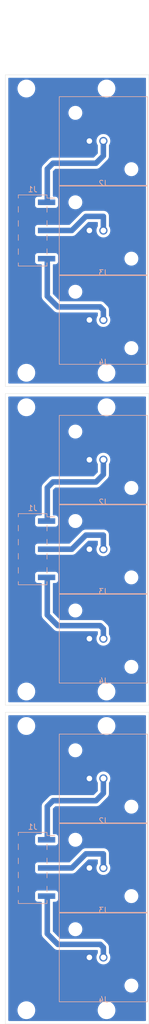
<source format=kicad_pcb>
(kicad_pcb (version 20171130) (host pcbnew 5.1.5-52549c5~84~ubuntu18.04.1)

  (general
    (thickness 1.6)
    (drawings 13)
    (tracks 42)
    (zones 0)
    (modules 24)
    (nets 5)
  )

  (page A4)
  (layers
    (0 F.Cu signal)
    (31 B.Cu signal)
    (32 B.Adhes user)
    (33 F.Adhes user)
    (34 B.Paste user)
    (35 F.Paste user)
    (36 B.SilkS user)
    (37 F.SilkS user)
    (38 B.Mask user)
    (39 F.Mask user)
    (40 Dwgs.User user)
    (41 Cmts.User user)
    (42 Eco1.User user)
    (43 Eco2.User user)
    (44 Edge.Cuts user)
    (45 Margin user)
    (46 B.CrtYd user)
    (47 F.CrtYd user)
    (48 B.Fab user hide)
    (49 F.Fab user hide)
  )

  (setup
    (last_trace_width 0.25)
    (user_trace_width 0.5)
    (user_trace_width 1)
    (trace_clearance 0.2)
    (zone_clearance 0.508)
    (zone_45_only no)
    (trace_min 0.2)
    (via_size 0.8)
    (via_drill 0.4)
    (via_min_size 0.4)
    (via_min_drill 0.3)
    (uvia_size 0.3)
    (uvia_drill 0.1)
    (uvias_allowed no)
    (uvia_min_size 0.2)
    (uvia_min_drill 0.1)
    (edge_width 0.05)
    (segment_width 0.2)
    (pcb_text_width 0.3)
    (pcb_text_size 1.5 1.5)
    (mod_edge_width 0.12)
    (mod_text_size 1 1)
    (mod_text_width 0.15)
    (pad_size 1.524 1.524)
    (pad_drill 0.762)
    (pad_to_mask_clearance 0.051)
    (solder_mask_min_width 0.25)
    (aux_axis_origin 0 0)
    (visible_elements FFFFFF7F)
    (pcbplotparams
      (layerselection 0x010fc_ffffffff)
      (usegerberextensions false)
      (usegerberattributes false)
      (usegerberadvancedattributes false)
      (creategerberjobfile false)
      (excludeedgelayer true)
      (linewidth 0.100000)
      (plotframeref false)
      (viasonmask false)
      (mode 1)
      (useauxorigin false)
      (hpglpennumber 1)
      (hpglpenspeed 20)
      (hpglpendiameter 15.000000)
      (psnegative false)
      (psa4output false)
      (plotreference true)
      (plotvalue true)
      (plotinvisibletext false)
      (padsonsilk false)
      (subtractmaskfromsilk false)
      (outputformat 1)
      (mirror false)
      (drillshape 1)
      (scaleselection 1)
      (outputdirectory ""))
  )

  (net 0 "")
  (net 1 /FUNC_SYNC_OUT)
  (net 2 GNDS)
  (net 3 /FUNC_SIG_OUT)
  (net 4 /TRIG_SIG_IN)

  (net_class Default "This is the default net class."
    (clearance 0.2)
    (trace_width 0.25)
    (via_dia 0.8)
    (via_drill 0.4)
    (uvia_dia 0.3)
    (uvia_drill 0.1)
    (add_net /FUNC_SIG_OUT)
    (add_net /FUNC_SYNC_OUT)
    (add_net /TRIG_SIG_IN)
    (add_net GNDS)
  )

  (module RSProStraight50OhmPCBMountBulkheadFittingBNC_5260279:RSProStraight50OhmPCBMountBulkheadFittingBNC_5260279 (layer B.Cu) (tedit 5E820E85) (tstamp 5E82683F)
    (at 142.8115 144.272)
    (path /5E6AC675)
    (fp_text reference J2 (at 0 7.62 180) (layer B.SilkS)
      (effects (font (size 1 1) (thickness 0.15)) (justify mirror))
    )
    (fp_text value Conn_Coaxial (at 0 10.16 180) (layer B.Fab)
      (effects (font (size 1 1) (thickness 0.15)) (justify mirror))
    )
    (fp_line (start -8.001 -8.001) (end -8.001 8.001) (layer B.SilkS) (width 0.12))
    (fp_line (start -8.001 -8.001) (end 8.001 -8.001) (layer B.SilkS) (width 0.12))
    (fp_line (start 8.001 8.001) (end 8.001 -8.001) (layer B.SilkS) (width 0.12))
    (fp_line (start -8.001 8.001) (end 8.001 8.001) (layer B.SilkS) (width 0.12))
    (fp_line (start -8.001 -8.001) (end -8.001 8.001) (layer B.CrtYd) (width 0.12))
    (fp_line (start -8.001 8.001) (end 8.001 8.001) (layer B.CrtYd) (width 0.12))
    (fp_line (start -8.001 -8.001) (end 8.001 -8.001) (layer B.CrtYd) (width 0.12))
    (fp_line (start 8.001 8.001) (end 8.001 -8.001) (layer B.CrtYd) (width 0.12))
    (fp_line (start 8.001 8.001) (end 8.001 -8.001) (layer F.CrtYd) (width 0.12))
    (fp_line (start -8.001 8.001) (end 8.001 8.001) (layer F.CrtYd) (width 0.12))
    (fp_line (start -8.001 -8.001) (end -8.001 8.001) (layer F.CrtYd) (width 0.12))
    (fp_line (start -8.001 -8.001) (end 8.001 -8.001) (layer F.CrtYd) (width 0.12))
    (pad "" np_thru_hole circle (at 5.08 5.08) (size 1.5 1.5) (drill 1.5) (layers *.Cu *.Mask))
    (pad "" np_thru_hole circle (at -5.08 -5.08) (size 1.5 1.5) (drill 1.5) (layers *.Cu *.Mask))
    (pad 1 thru_hole circle (at 0 0) (size 1.5 1.5) (drill 1) (layers *.Cu *.Mask))
    (pad 2 thru_hole circle (at -2.54 0) (size 1.5 1.5) (drill 1) (layers *.Cu *.Mask))
  )

  (module RSProStraight50OhmPCBMountBulkheadFittingBNC_5260279:RSProStraight50OhmPCBMountBulkheadFittingBNC_5260279 (layer B.Cu) (tedit 5E820E85) (tstamp 5E82682C)
    (at 142.8115 176.53)
    (path /5E6AEC19)
    (fp_text reference J4 (at 0 7.62) (layer B.SilkS)
      (effects (font (size 1 1) (thickness 0.15)) (justify mirror))
    )
    (fp_text value Conn_Coaxial (at 0 10.16) (layer B.Fab)
      (effects (font (size 1 1) (thickness 0.15)) (justify mirror))
    )
    (fp_line (start -8.001 -8.001) (end -8.001 8.001) (layer B.SilkS) (width 0.12))
    (fp_line (start -8.001 -8.001) (end 8.001 -8.001) (layer B.SilkS) (width 0.12))
    (fp_line (start 8.001 8.001) (end 8.001 -8.001) (layer B.SilkS) (width 0.12))
    (fp_line (start -8.001 8.001) (end 8.001 8.001) (layer B.SilkS) (width 0.12))
    (fp_line (start -8.001 -8.001) (end -8.001 8.001) (layer B.CrtYd) (width 0.12))
    (fp_line (start -8.001 8.001) (end 8.001 8.001) (layer B.CrtYd) (width 0.12))
    (fp_line (start -8.001 -8.001) (end 8.001 -8.001) (layer B.CrtYd) (width 0.12))
    (fp_line (start 8.001 8.001) (end 8.001 -8.001) (layer B.CrtYd) (width 0.12))
    (fp_line (start 8.001 8.001) (end 8.001 -8.001) (layer F.CrtYd) (width 0.12))
    (fp_line (start -8.001 8.001) (end 8.001 8.001) (layer F.CrtYd) (width 0.12))
    (fp_line (start -8.001 -8.001) (end -8.001 8.001) (layer F.CrtYd) (width 0.12))
    (fp_line (start -8.001 -8.001) (end 8.001 -8.001) (layer F.CrtYd) (width 0.12))
    (pad "" np_thru_hole circle (at 5.08 5.08) (size 1.5 1.5) (drill 1.5) (layers *.Cu *.Mask))
    (pad "" np_thru_hole circle (at -5.08 -5.08) (size 1.5 1.5) (drill 1.5) (layers *.Cu *.Mask))
    (pad 1 thru_hole circle (at 0 0) (size 1.5 1.5) (drill 1) (layers *.Cu *.Mask))
    (pad 2 thru_hole circle (at -2.54 0) (size 1.5 1.5) (drill 1) (layers *.Cu *.Mask))
  )

  (module RSProStraight50OhmPCBMountBulkheadFittingBNC_5260279:RSProStraight50OhmPCBMountBulkheadFittingBNC_5260279 (layer B.Cu) (tedit 5E820E85) (tstamp 5E826817)
    (at 142.8115 160.401)
    (path /5E6AE5E3)
    (fp_text reference J3 (at 0 7.62) (layer B.SilkS)
      (effects (font (size 1 1) (thickness 0.15)) (justify mirror))
    )
    (fp_text value Conn_Coaxial (at 0 10.16) (layer B.Fab)
      (effects (font (size 1 1) (thickness 0.15)) (justify mirror))
    )
    (fp_line (start -8.001 -8.001) (end -8.001 8.001) (layer B.SilkS) (width 0.12))
    (fp_line (start -8.001 -8.001) (end 8.001 -8.001) (layer B.SilkS) (width 0.12))
    (fp_line (start 8.001 8.001) (end 8.001 -8.001) (layer B.SilkS) (width 0.12))
    (fp_line (start -8.001 8.001) (end 8.001 8.001) (layer B.SilkS) (width 0.12))
    (fp_line (start -8.001 -8.001) (end -8.001 8.001) (layer B.CrtYd) (width 0.12))
    (fp_line (start -8.001 8.001) (end 8.001 8.001) (layer B.CrtYd) (width 0.12))
    (fp_line (start -8.001 -8.001) (end 8.001 -8.001) (layer B.CrtYd) (width 0.12))
    (fp_line (start 8.001 8.001) (end 8.001 -8.001) (layer B.CrtYd) (width 0.12))
    (fp_line (start 8.001 8.001) (end 8.001 -8.001) (layer F.CrtYd) (width 0.12))
    (fp_line (start -8.001 8.001) (end 8.001 8.001) (layer F.CrtYd) (width 0.12))
    (fp_line (start -8.001 -8.001) (end -8.001 8.001) (layer F.CrtYd) (width 0.12))
    (fp_line (start -8.001 -8.001) (end 8.001 -8.001) (layer F.CrtYd) (width 0.12))
    (pad "" np_thru_hole circle (at 5.08 5.08) (size 1.5 1.5) (drill 1.5) (layers *.Cu *.Mask))
    (pad "" np_thru_hole circle (at -5.08 -5.08) (size 1.5 1.5) (drill 1.5) (layers *.Cu *.Mask))
    (pad 1 thru_hole circle (at 0 0) (size 1.5 1.5) (drill 1) (layers *.Cu *.Mask))
    (pad 2 thru_hole circle (at -2.54 0) (size 1.5 1.5) (drill 1) (layers *.Cu *.Mask))
  )

  (module MountingHole:MountingHole_2.2mm_M2 (layer F.Cu) (tedit 56D1B4CB) (tstamp 5E826810)
    (at 128.8415 186.055)
    (descr "Mounting Hole 2.2mm, no annular, M2")
    (tags "mounting hole 2.2mm no annular m2")
    (attr virtual)
    (fp_text reference REF** (at 0 -3.2) (layer F.SilkS) hide
      (effects (font (size 1 1) (thickness 0.15)))
    )
    (fp_text value MountingHole_2.2mm_M2 (at 0 3.2) (layer F.Fab)
      (effects (font (size 1 1) (thickness 0.15)))
    )
    (fp_text user %R (at 0.3 0) (layer F.Fab)
      (effects (font (size 1 1) (thickness 0.15)))
    )
    (fp_circle (center 0 0) (end 2.2 0) (layer Cmts.User) (width 0.15))
    (fp_circle (center 0 0) (end 2.45 0) (layer F.CrtYd) (width 0.05))
    (pad 1 np_thru_hole circle (at 0 0) (size 2.2 2.2) (drill 2.2) (layers *.Cu *.Mask))
  )

  (module MountingHole:MountingHole_2.2mm_M2 (layer F.Cu) (tedit 56D1B4CB) (tstamp 5E826806)
    (at 128.8415 134.8105)
    (descr "Mounting Hole 2.2mm, no annular, M2")
    (tags "mounting hole 2.2mm no annular m2")
    (attr virtual)
    (fp_text reference REF** (at 0 -3.2) (layer F.SilkS) hide
      (effects (font (size 1 1) (thickness 0.15)))
    )
    (fp_text value MountingHole_2.2mm_M2 (at 0 3.2) (layer F.Fab)
      (effects (font (size 1 1) (thickness 0.15)))
    )
    (fp_circle (center 0 0) (end 2.45 0) (layer F.CrtYd) (width 0.05))
    (fp_circle (center 0 0) (end 2.2 0) (layer Cmts.User) (width 0.15))
    (fp_text user %R (at 0.3 0) (layer F.Fab)
      (effects (font (size 1 1) (thickness 0.15)))
    )
    (pad 1 np_thru_hole circle (at 0 0) (size 2.2 2.2) (drill 2.2) (layers *.Cu *.Mask))
  )

  (module Connector_PinHeader_2.54mm:PinHeader_2x05_P2.54mm_Vertical_SMD (layer B.Cu) (tedit 59FED5CC) (tstamp 5E8267C2)
    (at 129.9845 160.401 180)
    (descr "surface-mounted straight pin header, 2x05, 2.54mm pitch, double rows")
    (tags "Surface mounted pin header SMD 2x05 2.54mm double row")
    (path /5E6ADD5B)
    (attr smd)
    (fp_text reference J1 (at 0 7.41) (layer B.SilkS)
      (effects (font (size 1 1) (thickness 0.15)) (justify mirror))
    )
    (fp_text value Conn_02x05_Odd_Even (at 0 -7.41) (layer B.Fab)
      (effects (font (size 1 1) (thickness 0.15)) (justify mirror))
    )
    (fp_text user %R (at 0 0 270) (layer B.Fab)
      (effects (font (size 1 1) (thickness 0.15)) (justify mirror))
    )
    (fp_line (start 5.9 6.85) (end -5.9 6.85) (layer B.CrtYd) (width 0.05))
    (fp_line (start 5.9 -6.85) (end 5.9 6.85) (layer B.CrtYd) (width 0.05))
    (fp_line (start -5.9 -6.85) (end 5.9 -6.85) (layer B.CrtYd) (width 0.05))
    (fp_line (start -5.9 6.85) (end -5.9 -6.85) (layer B.CrtYd) (width 0.05))
    (fp_line (start 2.6 -3.3) (end 2.6 -4.32) (layer B.SilkS) (width 0.12))
    (fp_line (start -2.6 -3.3) (end -2.6 -4.32) (layer B.SilkS) (width 0.12))
    (fp_line (start 2.6 -0.76) (end 2.6 -1.78) (layer B.SilkS) (width 0.12))
    (fp_line (start -2.6 -0.76) (end -2.6 -1.78) (layer B.SilkS) (width 0.12))
    (fp_line (start 2.6 1.78) (end 2.6 0.76) (layer B.SilkS) (width 0.12))
    (fp_line (start -2.6 1.78) (end -2.6 0.76) (layer B.SilkS) (width 0.12))
    (fp_line (start 2.6 4.32) (end 2.6 3.3) (layer B.SilkS) (width 0.12))
    (fp_line (start -2.6 4.32) (end -2.6 3.3) (layer B.SilkS) (width 0.12))
    (fp_line (start 2.6 -5.84) (end 2.6 -6.41) (layer B.SilkS) (width 0.12))
    (fp_line (start -2.6 -5.84) (end -2.6 -6.41) (layer B.SilkS) (width 0.12))
    (fp_line (start 2.6 6.41) (end 2.6 5.84) (layer B.SilkS) (width 0.12))
    (fp_line (start -2.6 6.41) (end -2.6 5.84) (layer B.SilkS) (width 0.12))
    (fp_line (start -4.04 5.84) (end -2.6 5.84) (layer B.SilkS) (width 0.12))
    (fp_line (start -2.6 -6.41) (end 2.6 -6.41) (layer B.SilkS) (width 0.12))
    (fp_line (start -2.6 6.41) (end 2.6 6.41) (layer B.SilkS) (width 0.12))
    (fp_line (start 3.6 -5.4) (end 2.54 -5.4) (layer B.Fab) (width 0.1))
    (fp_line (start 3.6 -4.76) (end 3.6 -5.4) (layer B.Fab) (width 0.1))
    (fp_line (start 2.54 -4.76) (end 3.6 -4.76) (layer B.Fab) (width 0.1))
    (fp_line (start -3.6 -5.4) (end -2.54 -5.4) (layer B.Fab) (width 0.1))
    (fp_line (start -3.6 -4.76) (end -3.6 -5.4) (layer B.Fab) (width 0.1))
    (fp_line (start -2.54 -4.76) (end -3.6 -4.76) (layer B.Fab) (width 0.1))
    (fp_line (start 3.6 -2.86) (end 2.54 -2.86) (layer B.Fab) (width 0.1))
    (fp_line (start 3.6 -2.22) (end 3.6 -2.86) (layer B.Fab) (width 0.1))
    (fp_line (start 2.54 -2.22) (end 3.6 -2.22) (layer B.Fab) (width 0.1))
    (fp_line (start -3.6 -2.86) (end -2.54 -2.86) (layer B.Fab) (width 0.1))
    (fp_line (start -3.6 -2.22) (end -3.6 -2.86) (layer B.Fab) (width 0.1))
    (fp_line (start -2.54 -2.22) (end -3.6 -2.22) (layer B.Fab) (width 0.1))
    (fp_line (start 3.6 -0.32) (end 2.54 -0.32) (layer B.Fab) (width 0.1))
    (fp_line (start 3.6 0.32) (end 3.6 -0.32) (layer B.Fab) (width 0.1))
    (fp_line (start 2.54 0.32) (end 3.6 0.32) (layer B.Fab) (width 0.1))
    (fp_line (start -3.6 -0.32) (end -2.54 -0.32) (layer B.Fab) (width 0.1))
    (fp_line (start -3.6 0.32) (end -3.6 -0.32) (layer B.Fab) (width 0.1))
    (fp_line (start -2.54 0.32) (end -3.6 0.32) (layer B.Fab) (width 0.1))
    (fp_line (start 3.6 2.22) (end 2.54 2.22) (layer B.Fab) (width 0.1))
    (fp_line (start 3.6 2.86) (end 3.6 2.22) (layer B.Fab) (width 0.1))
    (fp_line (start 2.54 2.86) (end 3.6 2.86) (layer B.Fab) (width 0.1))
    (fp_line (start -3.6 2.22) (end -2.54 2.22) (layer B.Fab) (width 0.1))
    (fp_line (start -3.6 2.86) (end -3.6 2.22) (layer B.Fab) (width 0.1))
    (fp_line (start -2.54 2.86) (end -3.6 2.86) (layer B.Fab) (width 0.1))
    (fp_line (start 3.6 4.76) (end 2.54 4.76) (layer B.Fab) (width 0.1))
    (fp_line (start 3.6 5.4) (end 3.6 4.76) (layer B.Fab) (width 0.1))
    (fp_line (start 2.54 5.4) (end 3.6 5.4) (layer B.Fab) (width 0.1))
    (fp_line (start -3.6 4.76) (end -2.54 4.76) (layer B.Fab) (width 0.1))
    (fp_line (start -3.6 5.4) (end -3.6 4.76) (layer B.Fab) (width 0.1))
    (fp_line (start -2.54 5.4) (end -3.6 5.4) (layer B.Fab) (width 0.1))
    (fp_line (start 2.54 6.35) (end 2.54 -6.35) (layer B.Fab) (width 0.1))
    (fp_line (start -2.54 5.4) (end -1.59 6.35) (layer B.Fab) (width 0.1))
    (fp_line (start -2.54 -6.35) (end -2.54 5.4) (layer B.Fab) (width 0.1))
    (fp_line (start -1.59 6.35) (end 2.54 6.35) (layer B.Fab) (width 0.1))
    (fp_line (start 2.54 -6.35) (end -2.54 -6.35) (layer B.Fab) (width 0.1))
    (pad 10 smd rect (at 2.525 -5.08 180) (size 3.15 1) (layers B.Cu B.Paste B.Mask))
    (pad 9 smd rect (at -2.525 -5.08 180) (size 3.15 1) (layers B.Cu B.Paste B.Mask))
    (pad 8 smd rect (at 2.525 -2.54 180) (size 3.15 1) (layers B.Cu B.Paste B.Mask))
    (pad 7 smd rect (at -2.525 -2.54 180) (size 3.15 1) (layers B.Cu B.Paste B.Mask))
    (pad 6 smd rect (at 2.525 0 180) (size 3.15 1) (layers B.Cu B.Paste B.Mask))
    (pad 5 smd rect (at -2.525 0 180) (size 3.15 1) (layers B.Cu B.Paste B.Mask))
    (pad 4 smd rect (at 2.525 2.54 180) (size 3.15 1) (layers B.Cu B.Paste B.Mask))
    (pad 3 smd rect (at -2.525 2.54 180) (size 3.15 1) (layers B.Cu B.Paste B.Mask))
    (pad 2 smd rect (at 2.525 5.08 180) (size 3.15 1) (layers B.Cu B.Paste B.Mask))
    (pad 1 smd rect (at -2.525 5.08 180) (size 3.15 1) (layers B.Cu B.Paste B.Mask))
    (model ${KISYS3DMOD}/Connector_PinHeader_2.54mm.3dshapes/PinHeader_2x05_P2.54mm_Vertical_SMD.wrl
      (at (xyz 0 0 0))
      (scale (xyz 1 1 1))
      (rotate (xyz 0 0 0))
    )
  )

  (module MountingHole:MountingHole_2.2mm_M2 (layer F.Cu) (tedit 56D1B4CB) (tstamp 5E8267BB)
    (at 143.383 134.8105)
    (descr "Mounting Hole 2.2mm, no annular, M2")
    (tags "mounting hole 2.2mm no annular m2")
    (attr virtual)
    (fp_text reference REF** (at 0 -3.2) (layer F.SilkS) hide
      (effects (font (size 1 1) (thickness 0.15)))
    )
    (fp_text value MountingHole_2.2mm_M2 (at 0 3.2) (layer F.Fab)
      (effects (font (size 1 1) (thickness 0.15)))
    )
    (fp_circle (center 0 0) (end 2.45 0) (layer F.CrtYd) (width 0.05))
    (fp_circle (center 0 0) (end 2.2 0) (layer Cmts.User) (width 0.15))
    (fp_text user %R (at 0.3 0) (layer F.Fab)
      (effects (font (size 1 1) (thickness 0.15)))
    )
    (pad 1 np_thru_hole circle (at 0 0) (size 2.2 2.2) (drill 2.2) (layers *.Cu *.Mask))
  )

  (module MountingHole:MountingHole_2.2mm_M2 (layer F.Cu) (tedit 56D1B4CB) (tstamp 5E8267B3)
    (at 143.383 186.055)
    (descr "Mounting Hole 2.2mm, no annular, M2")
    (tags "mounting hole 2.2mm no annular m2")
    (attr virtual)
    (fp_text reference REF** (at 0 -3.2) (layer F.SilkS) hide
      (effects (font (size 1 1) (thickness 0.15)))
    )
    (fp_text value MountingHole_2.2mm_M2 (at 0 3.2) (layer F.Fab)
      (effects (font (size 1 1) (thickness 0.15)))
    )
    (fp_circle (center 0 0) (end 2.45 0) (layer F.CrtYd) (width 0.05))
    (fp_circle (center 0 0) (end 2.2 0) (layer Cmts.User) (width 0.15))
    (fp_text user %R (at 0.3 0) (layer F.Fab)
      (effects (font (size 1 1) (thickness 0.15)))
    )
    (pad 1 np_thru_hole circle (at 0 0) (size 2.2 2.2) (drill 2.2) (layers *.Cu *.Mask))
  )

  (module RSProStraight50OhmPCBMountBulkheadFittingBNC_5260279:RSProStraight50OhmPCBMountBulkheadFittingBNC_5260279 (layer B.Cu) (tedit 5E820E85) (tstamp 5E82683F)
    (at 142.8115 86.8045)
    (path /5E6AC675)
    (fp_text reference J2 (at 0 7.62 180) (layer B.SilkS)
      (effects (font (size 1 1) (thickness 0.15)) (justify mirror))
    )
    (fp_text value Conn_Coaxial (at 0 10.16 180) (layer B.Fab)
      (effects (font (size 1 1) (thickness 0.15)) (justify mirror))
    )
    (fp_line (start -8.001 -8.001) (end -8.001 8.001) (layer B.SilkS) (width 0.12))
    (fp_line (start -8.001 -8.001) (end 8.001 -8.001) (layer B.SilkS) (width 0.12))
    (fp_line (start 8.001 8.001) (end 8.001 -8.001) (layer B.SilkS) (width 0.12))
    (fp_line (start -8.001 8.001) (end 8.001 8.001) (layer B.SilkS) (width 0.12))
    (fp_line (start -8.001 -8.001) (end -8.001 8.001) (layer B.CrtYd) (width 0.12))
    (fp_line (start -8.001 8.001) (end 8.001 8.001) (layer B.CrtYd) (width 0.12))
    (fp_line (start -8.001 -8.001) (end 8.001 -8.001) (layer B.CrtYd) (width 0.12))
    (fp_line (start 8.001 8.001) (end 8.001 -8.001) (layer B.CrtYd) (width 0.12))
    (fp_line (start 8.001 8.001) (end 8.001 -8.001) (layer F.CrtYd) (width 0.12))
    (fp_line (start -8.001 8.001) (end 8.001 8.001) (layer F.CrtYd) (width 0.12))
    (fp_line (start -8.001 -8.001) (end -8.001 8.001) (layer F.CrtYd) (width 0.12))
    (fp_line (start -8.001 -8.001) (end 8.001 -8.001) (layer F.CrtYd) (width 0.12))
    (pad "" np_thru_hole circle (at 5.08 5.08) (size 1.5 1.5) (drill 1.5) (layers *.Cu *.Mask))
    (pad "" np_thru_hole circle (at -5.08 -5.08) (size 1.5 1.5) (drill 1.5) (layers *.Cu *.Mask))
    (pad 1 thru_hole circle (at 0 0) (size 1.5 1.5) (drill 1) (layers *.Cu *.Mask))
    (pad 2 thru_hole circle (at -2.54 0) (size 1.5 1.5) (drill 1) (layers *.Cu *.Mask))
  )

  (module RSProStraight50OhmPCBMountBulkheadFittingBNC_5260279:RSProStraight50OhmPCBMountBulkheadFittingBNC_5260279 (layer B.Cu) (tedit 5E820E85) (tstamp 5E82682C)
    (at 142.8115 119.0625)
    (path /5E6AEC19)
    (fp_text reference J4 (at 0 7.62) (layer B.SilkS)
      (effects (font (size 1 1) (thickness 0.15)) (justify mirror))
    )
    (fp_text value Conn_Coaxial (at 0 10.16) (layer B.Fab)
      (effects (font (size 1 1) (thickness 0.15)) (justify mirror))
    )
    (fp_line (start -8.001 -8.001) (end -8.001 8.001) (layer B.SilkS) (width 0.12))
    (fp_line (start -8.001 -8.001) (end 8.001 -8.001) (layer B.SilkS) (width 0.12))
    (fp_line (start 8.001 8.001) (end 8.001 -8.001) (layer B.SilkS) (width 0.12))
    (fp_line (start -8.001 8.001) (end 8.001 8.001) (layer B.SilkS) (width 0.12))
    (fp_line (start -8.001 -8.001) (end -8.001 8.001) (layer B.CrtYd) (width 0.12))
    (fp_line (start -8.001 8.001) (end 8.001 8.001) (layer B.CrtYd) (width 0.12))
    (fp_line (start -8.001 -8.001) (end 8.001 -8.001) (layer B.CrtYd) (width 0.12))
    (fp_line (start 8.001 8.001) (end 8.001 -8.001) (layer B.CrtYd) (width 0.12))
    (fp_line (start 8.001 8.001) (end 8.001 -8.001) (layer F.CrtYd) (width 0.12))
    (fp_line (start -8.001 8.001) (end 8.001 8.001) (layer F.CrtYd) (width 0.12))
    (fp_line (start -8.001 -8.001) (end -8.001 8.001) (layer F.CrtYd) (width 0.12))
    (fp_line (start -8.001 -8.001) (end 8.001 -8.001) (layer F.CrtYd) (width 0.12))
    (pad "" np_thru_hole circle (at 5.08 5.08) (size 1.5 1.5) (drill 1.5) (layers *.Cu *.Mask))
    (pad "" np_thru_hole circle (at -5.08 -5.08) (size 1.5 1.5) (drill 1.5) (layers *.Cu *.Mask))
    (pad 1 thru_hole circle (at 0 0) (size 1.5 1.5) (drill 1) (layers *.Cu *.Mask))
    (pad 2 thru_hole circle (at -2.54 0) (size 1.5 1.5) (drill 1) (layers *.Cu *.Mask))
  )

  (module RSProStraight50OhmPCBMountBulkheadFittingBNC_5260279:RSProStraight50OhmPCBMountBulkheadFittingBNC_5260279 (layer B.Cu) (tedit 5E820E85) (tstamp 5E826817)
    (at 142.8115 102.9335)
    (path /5E6AE5E3)
    (fp_text reference J3 (at 0 7.62) (layer B.SilkS)
      (effects (font (size 1 1) (thickness 0.15)) (justify mirror))
    )
    (fp_text value Conn_Coaxial (at 0 10.16) (layer B.Fab)
      (effects (font (size 1 1) (thickness 0.15)) (justify mirror))
    )
    (fp_line (start -8.001 -8.001) (end -8.001 8.001) (layer B.SilkS) (width 0.12))
    (fp_line (start -8.001 -8.001) (end 8.001 -8.001) (layer B.SilkS) (width 0.12))
    (fp_line (start 8.001 8.001) (end 8.001 -8.001) (layer B.SilkS) (width 0.12))
    (fp_line (start -8.001 8.001) (end 8.001 8.001) (layer B.SilkS) (width 0.12))
    (fp_line (start -8.001 -8.001) (end -8.001 8.001) (layer B.CrtYd) (width 0.12))
    (fp_line (start -8.001 8.001) (end 8.001 8.001) (layer B.CrtYd) (width 0.12))
    (fp_line (start -8.001 -8.001) (end 8.001 -8.001) (layer B.CrtYd) (width 0.12))
    (fp_line (start 8.001 8.001) (end 8.001 -8.001) (layer B.CrtYd) (width 0.12))
    (fp_line (start 8.001 8.001) (end 8.001 -8.001) (layer F.CrtYd) (width 0.12))
    (fp_line (start -8.001 8.001) (end 8.001 8.001) (layer F.CrtYd) (width 0.12))
    (fp_line (start -8.001 -8.001) (end -8.001 8.001) (layer F.CrtYd) (width 0.12))
    (fp_line (start -8.001 -8.001) (end 8.001 -8.001) (layer F.CrtYd) (width 0.12))
    (pad "" np_thru_hole circle (at 5.08 5.08) (size 1.5 1.5) (drill 1.5) (layers *.Cu *.Mask))
    (pad "" np_thru_hole circle (at -5.08 -5.08) (size 1.5 1.5) (drill 1.5) (layers *.Cu *.Mask))
    (pad 1 thru_hole circle (at 0 0) (size 1.5 1.5) (drill 1) (layers *.Cu *.Mask))
    (pad 2 thru_hole circle (at -2.54 0) (size 1.5 1.5) (drill 1) (layers *.Cu *.Mask))
  )

  (module MountingHole:MountingHole_2.2mm_M2 (layer F.Cu) (tedit 56D1B4CB) (tstamp 5E826810)
    (at 128.8415 128.5875)
    (descr "Mounting Hole 2.2mm, no annular, M2")
    (tags "mounting hole 2.2mm no annular m2")
    (attr virtual)
    (fp_text reference REF** (at 0 -3.2) (layer F.SilkS) hide
      (effects (font (size 1 1) (thickness 0.15)))
    )
    (fp_text value MountingHole_2.2mm_M2 (at 0 3.2) (layer F.Fab)
      (effects (font (size 1 1) (thickness 0.15)))
    )
    (fp_text user %R (at 0.3 0) (layer F.Fab)
      (effects (font (size 1 1) (thickness 0.15)))
    )
    (fp_circle (center 0 0) (end 2.2 0) (layer Cmts.User) (width 0.15))
    (fp_circle (center 0 0) (end 2.45 0) (layer F.CrtYd) (width 0.05))
    (pad 1 np_thru_hole circle (at 0 0) (size 2.2 2.2) (drill 2.2) (layers *.Cu *.Mask))
  )

  (module MountingHole:MountingHole_2.2mm_M2 (layer F.Cu) (tedit 56D1B4CB) (tstamp 5E826806)
    (at 128.8415 77.343)
    (descr "Mounting Hole 2.2mm, no annular, M2")
    (tags "mounting hole 2.2mm no annular m2")
    (attr virtual)
    (fp_text reference REF** (at 0 -3.2) (layer F.SilkS) hide
      (effects (font (size 1 1) (thickness 0.15)))
    )
    (fp_text value MountingHole_2.2mm_M2 (at 0 3.2) (layer F.Fab)
      (effects (font (size 1 1) (thickness 0.15)))
    )
    (fp_circle (center 0 0) (end 2.45 0) (layer F.CrtYd) (width 0.05))
    (fp_circle (center 0 0) (end 2.2 0) (layer Cmts.User) (width 0.15))
    (fp_text user %R (at 0.3 0) (layer F.Fab)
      (effects (font (size 1 1) (thickness 0.15)))
    )
    (pad 1 np_thru_hole circle (at 0 0) (size 2.2 2.2) (drill 2.2) (layers *.Cu *.Mask))
  )

  (module Connector_PinHeader_2.54mm:PinHeader_2x05_P2.54mm_Vertical_SMD (layer B.Cu) (tedit 59FED5CC) (tstamp 5E8267C2)
    (at 129.9845 102.9335 180)
    (descr "surface-mounted straight pin header, 2x05, 2.54mm pitch, double rows")
    (tags "Surface mounted pin header SMD 2x05 2.54mm double row")
    (path /5E6ADD5B)
    (attr smd)
    (fp_text reference J1 (at 0 7.41) (layer B.SilkS)
      (effects (font (size 1 1) (thickness 0.15)) (justify mirror))
    )
    (fp_text value Conn_02x05_Odd_Even (at 0 -7.41) (layer B.Fab)
      (effects (font (size 1 1) (thickness 0.15)) (justify mirror))
    )
    (fp_text user %R (at 0 0 270) (layer B.Fab)
      (effects (font (size 1 1) (thickness 0.15)) (justify mirror))
    )
    (fp_line (start 5.9 6.85) (end -5.9 6.85) (layer B.CrtYd) (width 0.05))
    (fp_line (start 5.9 -6.85) (end 5.9 6.85) (layer B.CrtYd) (width 0.05))
    (fp_line (start -5.9 -6.85) (end 5.9 -6.85) (layer B.CrtYd) (width 0.05))
    (fp_line (start -5.9 6.85) (end -5.9 -6.85) (layer B.CrtYd) (width 0.05))
    (fp_line (start 2.6 -3.3) (end 2.6 -4.32) (layer B.SilkS) (width 0.12))
    (fp_line (start -2.6 -3.3) (end -2.6 -4.32) (layer B.SilkS) (width 0.12))
    (fp_line (start 2.6 -0.76) (end 2.6 -1.78) (layer B.SilkS) (width 0.12))
    (fp_line (start -2.6 -0.76) (end -2.6 -1.78) (layer B.SilkS) (width 0.12))
    (fp_line (start 2.6 1.78) (end 2.6 0.76) (layer B.SilkS) (width 0.12))
    (fp_line (start -2.6 1.78) (end -2.6 0.76) (layer B.SilkS) (width 0.12))
    (fp_line (start 2.6 4.32) (end 2.6 3.3) (layer B.SilkS) (width 0.12))
    (fp_line (start -2.6 4.32) (end -2.6 3.3) (layer B.SilkS) (width 0.12))
    (fp_line (start 2.6 -5.84) (end 2.6 -6.41) (layer B.SilkS) (width 0.12))
    (fp_line (start -2.6 -5.84) (end -2.6 -6.41) (layer B.SilkS) (width 0.12))
    (fp_line (start 2.6 6.41) (end 2.6 5.84) (layer B.SilkS) (width 0.12))
    (fp_line (start -2.6 6.41) (end -2.6 5.84) (layer B.SilkS) (width 0.12))
    (fp_line (start -4.04 5.84) (end -2.6 5.84) (layer B.SilkS) (width 0.12))
    (fp_line (start -2.6 -6.41) (end 2.6 -6.41) (layer B.SilkS) (width 0.12))
    (fp_line (start -2.6 6.41) (end 2.6 6.41) (layer B.SilkS) (width 0.12))
    (fp_line (start 3.6 -5.4) (end 2.54 -5.4) (layer B.Fab) (width 0.1))
    (fp_line (start 3.6 -4.76) (end 3.6 -5.4) (layer B.Fab) (width 0.1))
    (fp_line (start 2.54 -4.76) (end 3.6 -4.76) (layer B.Fab) (width 0.1))
    (fp_line (start -3.6 -5.4) (end -2.54 -5.4) (layer B.Fab) (width 0.1))
    (fp_line (start -3.6 -4.76) (end -3.6 -5.4) (layer B.Fab) (width 0.1))
    (fp_line (start -2.54 -4.76) (end -3.6 -4.76) (layer B.Fab) (width 0.1))
    (fp_line (start 3.6 -2.86) (end 2.54 -2.86) (layer B.Fab) (width 0.1))
    (fp_line (start 3.6 -2.22) (end 3.6 -2.86) (layer B.Fab) (width 0.1))
    (fp_line (start 2.54 -2.22) (end 3.6 -2.22) (layer B.Fab) (width 0.1))
    (fp_line (start -3.6 -2.86) (end -2.54 -2.86) (layer B.Fab) (width 0.1))
    (fp_line (start -3.6 -2.22) (end -3.6 -2.86) (layer B.Fab) (width 0.1))
    (fp_line (start -2.54 -2.22) (end -3.6 -2.22) (layer B.Fab) (width 0.1))
    (fp_line (start 3.6 -0.32) (end 2.54 -0.32) (layer B.Fab) (width 0.1))
    (fp_line (start 3.6 0.32) (end 3.6 -0.32) (layer B.Fab) (width 0.1))
    (fp_line (start 2.54 0.32) (end 3.6 0.32) (layer B.Fab) (width 0.1))
    (fp_line (start -3.6 -0.32) (end -2.54 -0.32) (layer B.Fab) (width 0.1))
    (fp_line (start -3.6 0.32) (end -3.6 -0.32) (layer B.Fab) (width 0.1))
    (fp_line (start -2.54 0.32) (end -3.6 0.32) (layer B.Fab) (width 0.1))
    (fp_line (start 3.6 2.22) (end 2.54 2.22) (layer B.Fab) (width 0.1))
    (fp_line (start 3.6 2.86) (end 3.6 2.22) (layer B.Fab) (width 0.1))
    (fp_line (start 2.54 2.86) (end 3.6 2.86) (layer B.Fab) (width 0.1))
    (fp_line (start -3.6 2.22) (end -2.54 2.22) (layer B.Fab) (width 0.1))
    (fp_line (start -3.6 2.86) (end -3.6 2.22) (layer B.Fab) (width 0.1))
    (fp_line (start -2.54 2.86) (end -3.6 2.86) (layer B.Fab) (width 0.1))
    (fp_line (start 3.6 4.76) (end 2.54 4.76) (layer B.Fab) (width 0.1))
    (fp_line (start 3.6 5.4) (end 3.6 4.76) (layer B.Fab) (width 0.1))
    (fp_line (start 2.54 5.4) (end 3.6 5.4) (layer B.Fab) (width 0.1))
    (fp_line (start -3.6 4.76) (end -2.54 4.76) (layer B.Fab) (width 0.1))
    (fp_line (start -3.6 5.4) (end -3.6 4.76) (layer B.Fab) (width 0.1))
    (fp_line (start -2.54 5.4) (end -3.6 5.4) (layer B.Fab) (width 0.1))
    (fp_line (start 2.54 6.35) (end 2.54 -6.35) (layer B.Fab) (width 0.1))
    (fp_line (start -2.54 5.4) (end -1.59 6.35) (layer B.Fab) (width 0.1))
    (fp_line (start -2.54 -6.35) (end -2.54 5.4) (layer B.Fab) (width 0.1))
    (fp_line (start -1.59 6.35) (end 2.54 6.35) (layer B.Fab) (width 0.1))
    (fp_line (start 2.54 -6.35) (end -2.54 -6.35) (layer B.Fab) (width 0.1))
    (pad 10 smd rect (at 2.525 -5.08 180) (size 3.15 1) (layers B.Cu B.Paste B.Mask))
    (pad 9 smd rect (at -2.525 -5.08 180) (size 3.15 1) (layers B.Cu B.Paste B.Mask))
    (pad 8 smd rect (at 2.525 -2.54 180) (size 3.15 1) (layers B.Cu B.Paste B.Mask))
    (pad 7 smd rect (at -2.525 -2.54 180) (size 3.15 1) (layers B.Cu B.Paste B.Mask))
    (pad 6 smd rect (at 2.525 0 180) (size 3.15 1) (layers B.Cu B.Paste B.Mask))
    (pad 5 smd rect (at -2.525 0 180) (size 3.15 1) (layers B.Cu B.Paste B.Mask))
    (pad 4 smd rect (at 2.525 2.54 180) (size 3.15 1) (layers B.Cu B.Paste B.Mask))
    (pad 3 smd rect (at -2.525 2.54 180) (size 3.15 1) (layers B.Cu B.Paste B.Mask))
    (pad 2 smd rect (at 2.525 5.08 180) (size 3.15 1) (layers B.Cu B.Paste B.Mask))
    (pad 1 smd rect (at -2.525 5.08 180) (size 3.15 1) (layers B.Cu B.Paste B.Mask))
    (model ${KISYS3DMOD}/Connector_PinHeader_2.54mm.3dshapes/PinHeader_2x05_P2.54mm_Vertical_SMD.wrl
      (at (xyz 0 0 0))
      (scale (xyz 1 1 1))
      (rotate (xyz 0 0 0))
    )
  )

  (module MountingHole:MountingHole_2.2mm_M2 (layer F.Cu) (tedit 56D1B4CB) (tstamp 5E8267BB)
    (at 143.383 77.343)
    (descr "Mounting Hole 2.2mm, no annular, M2")
    (tags "mounting hole 2.2mm no annular m2")
    (attr virtual)
    (fp_text reference REF** (at 0 -3.2) (layer F.SilkS) hide
      (effects (font (size 1 1) (thickness 0.15)))
    )
    (fp_text value MountingHole_2.2mm_M2 (at 0 3.2) (layer F.Fab)
      (effects (font (size 1 1) (thickness 0.15)))
    )
    (fp_circle (center 0 0) (end 2.45 0) (layer F.CrtYd) (width 0.05))
    (fp_circle (center 0 0) (end 2.2 0) (layer Cmts.User) (width 0.15))
    (fp_text user %R (at 0.3 0) (layer F.Fab)
      (effects (font (size 1 1) (thickness 0.15)))
    )
    (pad 1 np_thru_hole circle (at 0 0) (size 2.2 2.2) (drill 2.2) (layers *.Cu *.Mask))
  )

  (module MountingHole:MountingHole_2.2mm_M2 (layer F.Cu) (tedit 56D1B4CB) (tstamp 5E8267B3)
    (at 143.383 128.5875)
    (descr "Mounting Hole 2.2mm, no annular, M2")
    (tags "mounting hole 2.2mm no annular m2")
    (attr virtual)
    (fp_text reference REF** (at 0 -3.2) (layer F.SilkS) hide
      (effects (font (size 1 1) (thickness 0.15)))
    )
    (fp_text value MountingHole_2.2mm_M2 (at 0 3.2) (layer F.Fab)
      (effects (font (size 1 1) (thickness 0.15)))
    )
    (fp_circle (center 0 0) (end 2.45 0) (layer F.CrtYd) (width 0.05))
    (fp_circle (center 0 0) (end 2.2 0) (layer Cmts.User) (width 0.15))
    (fp_text user %R (at 0.3 0) (layer F.Fab)
      (effects (font (size 1 1) (thickness 0.15)))
    )
    (pad 1 np_thru_hole circle (at 0 0) (size 2.2 2.2) (drill 2.2) (layers *.Cu *.Mask))
  )

  (module MountingHole:MountingHole_2.2mm_M2 locked (layer F.Cu) (tedit 56D1B4CB) (tstamp 5E81F24D)
    (at 143.383 71.12)
    (descr "Mounting Hole 2.2mm, no annular, M2")
    (tags "mounting hole 2.2mm no annular m2")
    (attr virtual)
    (fp_text reference REF** (at 0 -3.2) (layer F.SilkS) hide
      (effects (font (size 1 1) (thickness 0.15)))
    )
    (fp_text value MountingHole_2.2mm_M2 (at 0 3.2) (layer F.Fab)
      (effects (font (size 1 1) (thickness 0.15)))
    )
    (fp_text user %R (at 0.3 0) (layer F.Fab)
      (effects (font (size 1 1) (thickness 0.15)))
    )
    (fp_circle (center 0 0) (end 2.2 0) (layer Cmts.User) (width 0.15))
    (fp_circle (center 0 0) (end 2.45 0) (layer F.CrtYd) (width 0.05))
    (pad 1 np_thru_hole circle (at 0 0) (size 2.2 2.2) (drill 2.2) (layers *.Cu *.Mask))
  )

  (module MountingHole:MountingHole_2.2mm_M2 locked (layer F.Cu) (tedit 56D1B4CB) (tstamp 5E81F238)
    (at 128.8415 19.8755)
    (descr "Mounting Hole 2.2mm, no annular, M2")
    (tags "mounting hole 2.2mm no annular m2")
    (attr virtual)
    (fp_text reference REF** (at 0 -3.2) (layer F.SilkS) hide
      (effects (font (size 1 1) (thickness 0.15)))
    )
    (fp_text value MountingHole_2.2mm_M2 (at 0 3.2) (layer F.Fab)
      (effects (font (size 1 1) (thickness 0.15)))
    )
    (fp_text user %R (at 0.3 0) (layer F.Fab)
      (effects (font (size 1 1) (thickness 0.15)))
    )
    (fp_circle (center 0 0) (end 2.2 0) (layer Cmts.User) (width 0.15))
    (fp_circle (center 0 0) (end 2.45 0) (layer F.CrtYd) (width 0.05))
    (pad 1 np_thru_hole circle (at 0 0) (size 2.2 2.2) (drill 2.2) (layers *.Cu *.Mask))
  )

  (module RSProStraight50OhmPCBMountBulkheadFittingBNC_5260279:RSProStraight50OhmPCBMountBulkheadFittingBNC_5260279 (layer B.Cu) (tedit 5E820E85) (tstamp 5E81F104)
    (at 142.8115 61.595)
    (path /5E6AEC19)
    (fp_text reference J4 (at 0 7.62) (layer B.SilkS)
      (effects (font (size 1 1) (thickness 0.15)) (justify mirror))
    )
    (fp_text value Conn_Coaxial (at 0 10.16) (layer B.Fab)
      (effects (font (size 1 1) (thickness 0.15)) (justify mirror))
    )
    (fp_line (start -8.001 -8.001) (end 8.001 -8.001) (layer F.CrtYd) (width 0.12))
    (fp_line (start -8.001 -8.001) (end -8.001 8.001) (layer F.CrtYd) (width 0.12))
    (fp_line (start -8.001 8.001) (end 8.001 8.001) (layer F.CrtYd) (width 0.12))
    (fp_line (start 8.001 8.001) (end 8.001 -8.001) (layer F.CrtYd) (width 0.12))
    (fp_line (start 8.001 8.001) (end 8.001 -8.001) (layer B.CrtYd) (width 0.12))
    (fp_line (start -8.001 -8.001) (end 8.001 -8.001) (layer B.CrtYd) (width 0.12))
    (fp_line (start -8.001 8.001) (end 8.001 8.001) (layer B.CrtYd) (width 0.12))
    (fp_line (start -8.001 -8.001) (end -8.001 8.001) (layer B.CrtYd) (width 0.12))
    (fp_line (start -8.001 8.001) (end 8.001 8.001) (layer B.SilkS) (width 0.12))
    (fp_line (start 8.001 8.001) (end 8.001 -8.001) (layer B.SilkS) (width 0.12))
    (fp_line (start -8.001 -8.001) (end 8.001 -8.001) (layer B.SilkS) (width 0.12))
    (fp_line (start -8.001 -8.001) (end -8.001 8.001) (layer B.SilkS) (width 0.12))
    (pad 2 thru_hole circle (at -2.54 0) (size 1.5 1.5) (drill 1) (layers *.Cu *.Mask)
      (net 2 GNDS))
    (pad 1 thru_hole circle (at 0 0) (size 1.5 1.5) (drill 1) (layers *.Cu *.Mask)
      (net 4 /TRIG_SIG_IN))
    (pad "" np_thru_hole circle (at -5.08 -5.08) (size 1.5 1.5) (drill 1.5) (layers *.Cu *.Mask))
    (pad "" np_thru_hole circle (at 5.08 5.08) (size 1.5 1.5) (drill 1.5) (layers *.Cu *.Mask))
  )

  (module RSProStraight50OhmPCBMountBulkheadFittingBNC_5260279:RSProStraight50OhmPCBMountBulkheadFittingBNC_5260279 (layer B.Cu) (tedit 5E820E85) (tstamp 5E81F0F4)
    (at 142.8115 45.466)
    (path /5E6AE5E3)
    (fp_text reference J3 (at 0 7.62) (layer B.SilkS)
      (effects (font (size 1 1) (thickness 0.15)) (justify mirror))
    )
    (fp_text value Conn_Coaxial (at 0 10.16) (layer B.Fab)
      (effects (font (size 1 1) (thickness 0.15)) (justify mirror))
    )
    (fp_line (start -8.001 -8.001) (end 8.001 -8.001) (layer F.CrtYd) (width 0.12))
    (fp_line (start -8.001 -8.001) (end -8.001 8.001) (layer F.CrtYd) (width 0.12))
    (fp_line (start -8.001 8.001) (end 8.001 8.001) (layer F.CrtYd) (width 0.12))
    (fp_line (start 8.001 8.001) (end 8.001 -8.001) (layer F.CrtYd) (width 0.12))
    (fp_line (start 8.001 8.001) (end 8.001 -8.001) (layer B.CrtYd) (width 0.12))
    (fp_line (start -8.001 -8.001) (end 8.001 -8.001) (layer B.CrtYd) (width 0.12))
    (fp_line (start -8.001 8.001) (end 8.001 8.001) (layer B.CrtYd) (width 0.12))
    (fp_line (start -8.001 -8.001) (end -8.001 8.001) (layer B.CrtYd) (width 0.12))
    (fp_line (start -8.001 8.001) (end 8.001 8.001) (layer B.SilkS) (width 0.12))
    (fp_line (start 8.001 8.001) (end 8.001 -8.001) (layer B.SilkS) (width 0.12))
    (fp_line (start -8.001 -8.001) (end 8.001 -8.001) (layer B.SilkS) (width 0.12))
    (fp_line (start -8.001 -8.001) (end -8.001 8.001) (layer B.SilkS) (width 0.12))
    (pad 2 thru_hole circle (at -2.54 0) (size 1.5 1.5) (drill 1) (layers *.Cu *.Mask)
      (net 2 GNDS))
    (pad 1 thru_hole circle (at 0 0) (size 1.5 1.5) (drill 1) (layers *.Cu *.Mask)
      (net 3 /FUNC_SIG_OUT))
    (pad "" np_thru_hole circle (at -5.08 -5.08) (size 1.5 1.5) (drill 1.5) (layers *.Cu *.Mask))
    (pad "" np_thru_hole circle (at 5.08 5.08) (size 1.5 1.5) (drill 1.5) (layers *.Cu *.Mask))
  )

  (module RSProStraight50OhmPCBMountBulkheadFittingBNC_5260279:RSProStraight50OhmPCBMountBulkheadFittingBNC_5260279 (layer B.Cu) (tedit 5E820E85) (tstamp 5E826724)
    (at 142.8115 29.337)
    (path /5E6AC675)
    (fp_text reference J2 (at 0 7.62 180) (layer B.SilkS)
      (effects (font (size 1 1) (thickness 0.15)) (justify mirror))
    )
    (fp_text value Conn_Coaxial (at 0 10.16 180) (layer B.Fab)
      (effects (font (size 1 1) (thickness 0.15)) (justify mirror))
    )
    (fp_line (start -8.001 -8.001) (end 8.001 -8.001) (layer F.CrtYd) (width 0.12))
    (fp_line (start -8.001 -8.001) (end -8.001 8.001) (layer F.CrtYd) (width 0.12))
    (fp_line (start -8.001 8.001) (end 8.001 8.001) (layer F.CrtYd) (width 0.12))
    (fp_line (start 8.001 8.001) (end 8.001 -8.001) (layer F.CrtYd) (width 0.12))
    (fp_line (start 8.001 8.001) (end 8.001 -8.001) (layer B.CrtYd) (width 0.12))
    (fp_line (start -8.001 -8.001) (end 8.001 -8.001) (layer B.CrtYd) (width 0.12))
    (fp_line (start -8.001 8.001) (end 8.001 8.001) (layer B.CrtYd) (width 0.12))
    (fp_line (start -8.001 -8.001) (end -8.001 8.001) (layer B.CrtYd) (width 0.12))
    (fp_line (start -8.001 8.001) (end 8.001 8.001) (layer B.SilkS) (width 0.12))
    (fp_line (start 8.001 8.001) (end 8.001 -8.001) (layer B.SilkS) (width 0.12))
    (fp_line (start -8.001 -8.001) (end 8.001 -8.001) (layer B.SilkS) (width 0.12))
    (fp_line (start -8.001 -8.001) (end -8.001 8.001) (layer B.SilkS) (width 0.12))
    (pad 2 thru_hole circle (at -2.54 0) (size 1.5 1.5) (drill 1) (layers *.Cu *.Mask)
      (net 2 GNDS))
    (pad 1 thru_hole circle (at 0 0) (size 1.5 1.5) (drill 1) (layers *.Cu *.Mask)
      (net 1 /FUNC_SYNC_OUT))
    (pad "" np_thru_hole circle (at -5.08 -5.08) (size 1.5 1.5) (drill 1.5) (layers *.Cu *.Mask))
    (pad "" np_thru_hole circle (at 5.08 5.08) (size 1.5 1.5) (drill 1.5) (layers *.Cu *.Mask))
  )

  (module MountingHole:MountingHole_2.2mm_M2 locked (layer F.Cu) (tedit 56D1B4CB) (tstamp 5E81F23F)
    (at 128.8415 71.12)
    (descr "Mounting Hole 2.2mm, no annular, M2")
    (tags "mounting hole 2.2mm no annular m2")
    (attr virtual)
    (fp_text reference REF** (at 0 -3.2) (layer F.SilkS) hide
      (effects (font (size 1 1) (thickness 0.15)))
    )
    (fp_text value MountingHole_2.2mm_M2 (at 0 3.2) (layer F.Fab)
      (effects (font (size 1 1) (thickness 0.15)))
    )
    (fp_circle (center 0 0) (end 2.45 0) (layer F.CrtYd) (width 0.05))
    (fp_circle (center 0 0) (end 2.2 0) (layer Cmts.User) (width 0.15))
    (fp_text user %R (at 0.3 0) (layer F.Fab)
      (effects (font (size 1 1) (thickness 0.15)))
    )
    (pad 1 np_thru_hole circle (at 0 0) (size 2.2 2.2) (drill 2.2) (layers *.Cu *.Mask))
  )

  (module MountingHole:MountingHole_2.2mm_M2 (layer F.Cu) (tedit 56D1B4CB) (tstamp 5E826686)
    (at 143.383 19.8755)
    (descr "Mounting Hole 2.2mm, no annular, M2")
    (tags "mounting hole 2.2mm no annular m2")
    (attr virtual)
    (fp_text reference REF** (at 0 -3.2) (layer F.SilkS) hide
      (effects (font (size 1 1) (thickness 0.15)))
    )
    (fp_text value MountingHole_2.2mm_M2 (at 0 3.2) (layer F.Fab)
      (effects (font (size 1 1) (thickness 0.15)))
    )
    (fp_text user %R (at 0.3 0) (layer F.Fab)
      (effects (font (size 1 1) (thickness 0.15)))
    )
    (fp_circle (center 0 0) (end 2.2 0) (layer Cmts.User) (width 0.15))
    (fp_circle (center 0 0) (end 2.45 0) (layer F.CrtYd) (width 0.05))
    (pad 1 np_thru_hole circle (at 0 0) (size 2.2 2.2) (drill 2.2) (layers *.Cu *.Mask))
  )

  (module Connector_PinHeader_2.54mm:PinHeader_2x05_P2.54mm_Vertical_SMD (layer B.Cu) (tedit 59FED5CC) (tstamp 5E816AF3)
    (at 129.9845 45.466 180)
    (descr "surface-mounted straight pin header, 2x05, 2.54mm pitch, double rows")
    (tags "Surface mounted pin header SMD 2x05 2.54mm double row")
    (path /5E6ADD5B)
    (attr smd)
    (fp_text reference J1 (at 0 7.41) (layer B.SilkS)
      (effects (font (size 1 1) (thickness 0.15)) (justify mirror))
    )
    (fp_text value Conn_02x05_Odd_Even (at 0 -7.41) (layer B.Fab)
      (effects (font (size 1 1) (thickness 0.15)) (justify mirror))
    )
    (fp_line (start 2.54 -6.35) (end -2.54 -6.35) (layer B.Fab) (width 0.1))
    (fp_line (start -1.59 6.35) (end 2.54 6.35) (layer B.Fab) (width 0.1))
    (fp_line (start -2.54 -6.35) (end -2.54 5.4) (layer B.Fab) (width 0.1))
    (fp_line (start -2.54 5.4) (end -1.59 6.35) (layer B.Fab) (width 0.1))
    (fp_line (start 2.54 6.35) (end 2.54 -6.35) (layer B.Fab) (width 0.1))
    (fp_line (start -2.54 5.4) (end -3.6 5.4) (layer B.Fab) (width 0.1))
    (fp_line (start -3.6 5.4) (end -3.6 4.76) (layer B.Fab) (width 0.1))
    (fp_line (start -3.6 4.76) (end -2.54 4.76) (layer B.Fab) (width 0.1))
    (fp_line (start 2.54 5.4) (end 3.6 5.4) (layer B.Fab) (width 0.1))
    (fp_line (start 3.6 5.4) (end 3.6 4.76) (layer B.Fab) (width 0.1))
    (fp_line (start 3.6 4.76) (end 2.54 4.76) (layer B.Fab) (width 0.1))
    (fp_line (start -2.54 2.86) (end -3.6 2.86) (layer B.Fab) (width 0.1))
    (fp_line (start -3.6 2.86) (end -3.6 2.22) (layer B.Fab) (width 0.1))
    (fp_line (start -3.6 2.22) (end -2.54 2.22) (layer B.Fab) (width 0.1))
    (fp_line (start 2.54 2.86) (end 3.6 2.86) (layer B.Fab) (width 0.1))
    (fp_line (start 3.6 2.86) (end 3.6 2.22) (layer B.Fab) (width 0.1))
    (fp_line (start 3.6 2.22) (end 2.54 2.22) (layer B.Fab) (width 0.1))
    (fp_line (start -2.54 0.32) (end -3.6 0.32) (layer B.Fab) (width 0.1))
    (fp_line (start -3.6 0.32) (end -3.6 -0.32) (layer B.Fab) (width 0.1))
    (fp_line (start -3.6 -0.32) (end -2.54 -0.32) (layer B.Fab) (width 0.1))
    (fp_line (start 2.54 0.32) (end 3.6 0.32) (layer B.Fab) (width 0.1))
    (fp_line (start 3.6 0.32) (end 3.6 -0.32) (layer B.Fab) (width 0.1))
    (fp_line (start 3.6 -0.32) (end 2.54 -0.32) (layer B.Fab) (width 0.1))
    (fp_line (start -2.54 -2.22) (end -3.6 -2.22) (layer B.Fab) (width 0.1))
    (fp_line (start -3.6 -2.22) (end -3.6 -2.86) (layer B.Fab) (width 0.1))
    (fp_line (start -3.6 -2.86) (end -2.54 -2.86) (layer B.Fab) (width 0.1))
    (fp_line (start 2.54 -2.22) (end 3.6 -2.22) (layer B.Fab) (width 0.1))
    (fp_line (start 3.6 -2.22) (end 3.6 -2.86) (layer B.Fab) (width 0.1))
    (fp_line (start 3.6 -2.86) (end 2.54 -2.86) (layer B.Fab) (width 0.1))
    (fp_line (start -2.54 -4.76) (end -3.6 -4.76) (layer B.Fab) (width 0.1))
    (fp_line (start -3.6 -4.76) (end -3.6 -5.4) (layer B.Fab) (width 0.1))
    (fp_line (start -3.6 -5.4) (end -2.54 -5.4) (layer B.Fab) (width 0.1))
    (fp_line (start 2.54 -4.76) (end 3.6 -4.76) (layer B.Fab) (width 0.1))
    (fp_line (start 3.6 -4.76) (end 3.6 -5.4) (layer B.Fab) (width 0.1))
    (fp_line (start 3.6 -5.4) (end 2.54 -5.4) (layer B.Fab) (width 0.1))
    (fp_line (start -2.6 6.41) (end 2.6 6.41) (layer B.SilkS) (width 0.12))
    (fp_line (start -2.6 -6.41) (end 2.6 -6.41) (layer B.SilkS) (width 0.12))
    (fp_line (start -4.04 5.84) (end -2.6 5.84) (layer B.SilkS) (width 0.12))
    (fp_line (start -2.6 6.41) (end -2.6 5.84) (layer B.SilkS) (width 0.12))
    (fp_line (start 2.6 6.41) (end 2.6 5.84) (layer B.SilkS) (width 0.12))
    (fp_line (start -2.6 -5.84) (end -2.6 -6.41) (layer B.SilkS) (width 0.12))
    (fp_line (start 2.6 -5.84) (end 2.6 -6.41) (layer B.SilkS) (width 0.12))
    (fp_line (start -2.6 4.32) (end -2.6 3.3) (layer B.SilkS) (width 0.12))
    (fp_line (start 2.6 4.32) (end 2.6 3.3) (layer B.SilkS) (width 0.12))
    (fp_line (start -2.6 1.78) (end -2.6 0.76) (layer B.SilkS) (width 0.12))
    (fp_line (start 2.6 1.78) (end 2.6 0.76) (layer B.SilkS) (width 0.12))
    (fp_line (start -2.6 -0.76) (end -2.6 -1.78) (layer B.SilkS) (width 0.12))
    (fp_line (start 2.6 -0.76) (end 2.6 -1.78) (layer B.SilkS) (width 0.12))
    (fp_line (start -2.6 -3.3) (end -2.6 -4.32) (layer B.SilkS) (width 0.12))
    (fp_line (start 2.6 -3.3) (end 2.6 -4.32) (layer B.SilkS) (width 0.12))
    (fp_line (start -5.9 6.85) (end -5.9 -6.85) (layer B.CrtYd) (width 0.05))
    (fp_line (start -5.9 -6.85) (end 5.9 -6.85) (layer B.CrtYd) (width 0.05))
    (fp_line (start 5.9 -6.85) (end 5.9 6.85) (layer B.CrtYd) (width 0.05))
    (fp_line (start 5.9 6.85) (end -5.9 6.85) (layer B.CrtYd) (width 0.05))
    (fp_text user %R (at 0 0 270) (layer B.Fab)
      (effects (font (size 1 1) (thickness 0.15)) (justify mirror))
    )
    (pad 1 smd rect (at -2.525 5.08 180) (size 3.15 1) (layers B.Cu B.Paste B.Mask)
      (net 1 /FUNC_SYNC_OUT))
    (pad 2 smd rect (at 2.525 5.08 180) (size 3.15 1) (layers B.Cu B.Paste B.Mask)
      (net 2 GNDS))
    (pad 3 smd rect (at -2.525 2.54 180) (size 3.15 1) (layers B.Cu B.Paste B.Mask)
      (net 2 GNDS))
    (pad 4 smd rect (at 2.525 2.54 180) (size 3.15 1) (layers B.Cu B.Paste B.Mask)
      (net 2 GNDS))
    (pad 5 smd rect (at -2.525 0 180) (size 3.15 1) (layers B.Cu B.Paste B.Mask)
      (net 3 /FUNC_SIG_OUT))
    (pad 6 smd rect (at 2.525 0 180) (size 3.15 1) (layers B.Cu B.Paste B.Mask)
      (net 2 GNDS))
    (pad 7 smd rect (at -2.525 -2.54 180) (size 3.15 1) (layers B.Cu B.Paste B.Mask)
      (net 2 GNDS))
    (pad 8 smd rect (at 2.525 -2.54 180) (size 3.15 1) (layers B.Cu B.Paste B.Mask)
      (net 2 GNDS))
    (pad 9 smd rect (at -2.525 -5.08 180) (size 3.15 1) (layers B.Cu B.Paste B.Mask)
      (net 4 /TRIG_SIG_IN))
    (pad 10 smd rect (at 2.525 -5.08 180) (size 3.15 1) (layers B.Cu B.Paste B.Mask)
      (net 2 GNDS))
    (model ${KISYS3DMOD}/Connector_PinHeader_2.54mm.3dshapes/PinHeader_2x05_P2.54mm_Vertical_SMD.wrl
      (at (xyz 0 0 0))
      (scale (xyz 1 1 1))
      (rotate (xyz 0 0 0))
    )
  )

  (gr_line (start 151.0665 132.334) (end 125.0315 132.334) (layer Edge.Cuts) (width 0.05) (tstamp 5E8267BA))
  (gr_line (start 151.0665 188.5315) (end 151.0665 132.334) (layer Edge.Cuts) (width 0.05) (tstamp 5E8267AE))
  (gr_line (start 125.0315 188.5315) (end 151.0665 188.5315) (layer Edge.Cuts) (width 0.05) (tstamp 5E8267AD))
  (gr_line (start 125.0315 132.334) (end 125.0315 188.5315) (layer Edge.Cuts) (width 0.05) (tstamp 5E8267A7))
  (gr_line (start 151.0665 74.8665) (end 125.0315 74.8665) (layer Edge.Cuts) (width 0.05) (tstamp 5E8267BA))
  (gr_line (start 151.0665 131.064) (end 151.0665 74.8665) (layer Edge.Cuts) (width 0.05) (tstamp 5E8267AE))
  (gr_line (start 125.0315 131.064) (end 151.0665 131.064) (layer Edge.Cuts) (width 0.05) (tstamp 5E8267AD))
  (gr_line (start 125.0315 74.8665) (end 125.0315 131.064) (layer Edge.Cuts) (width 0.05) (tstamp 5E8267A7))
  (gr_text "Print Layers:\n- B.Cu\n- Dwgs.User\n\nPrint options:\n- \"Exclude PCB edge\" = True\n- \"MIrrored\" = TRUE" (at 126.8095 9.5885) (layer Cmts.User)
    (effects (font (size 1 1) (thickness 0.15)) (justify left))
  )
  (gr_line (start 125.0315 17.399) (end 125.0315 73.5965) (layer Edge.Cuts) (width 0.05) (tstamp 5E816B37))
  (gr_line (start 125.0315 73.5965) (end 151.0665 73.5965) (layer Edge.Cuts) (width 0.05) (tstamp 5E816AF0))
  (gr_line (start 151.0665 73.5965) (end 151.0665 17.399) (layer Edge.Cuts) (width 0.05) (tstamp 5E82666B))
  (gr_line (start 151.0665 17.399) (end 125.0315 17.399) (layer Edge.Cuts) (width 0.05) (tstamp 5E816AE5))

  (segment (start 132.6365 91.836) (end 132.6365 97.8535) (width 1) (layer B.Cu) (net 0) (tstamp 5E8267AC))
  (segment (start 133.6675 90.805) (end 132.6365 91.836) (width 1) (layer B.Cu) (net 0) (tstamp 5E8267AF))
  (segment (start 141.478 90.805) (end 133.6675 90.805) (width 1) (layer B.Cu) (net 0) (tstamp 5E8267B0))
  (segment (start 142.8115 86.868) (end 142.8115 89.4715) (width 1) (layer B.Cu) (net 0) (tstamp 5E82682B))
  (segment (start 142.8115 89.4715) (end 141.478 90.805) (width 1) (layer B.Cu) (net 0) (tstamp 5E826852))
  (segment (start 137.0965 102.9335) (end 139.6365 100.3935) (width 1) (layer B.Cu) (net 0) (tstamp 5E8267A8))
  (segment (start 142.8115 100.3935) (end 142.8115 102.9335) (width 1) (layer B.Cu) (net 0) (tstamp 5E8267A9))
  (segment (start 139.6365 100.3935) (end 142.8115 100.3935) (width 1) (layer B.Cu) (net 0) (tstamp 5E8267B2))
  (segment (start 132.6365 102.9335) (end 137.0965 102.9335) (width 1) (layer B.Cu) (net 0) (tstamp 5E82682A))
  (segment (start 134.5565 116.713) (end 142.24 116.713) (width 1) (layer B.Cu) (net 0) (tstamp 5E8267AA))
  (segment (start 132.6365 114.793) (end 134.5565 116.713) (width 1) (layer B.Cu) (net 0) (tstamp 5E8267AB))
  (segment (start 142.24 116.713) (end 142.8115 117.2845) (width 1) (layer B.Cu) (net 0) (tstamp 5E8267B1))
  (segment (start 142.8115 117.2845) (end 142.8115 118.999) (width 1) (layer B.Cu) (net 0) (tstamp 5E82680E))
  (segment (start 132.6365 108.0135) (end 132.6365 114.793) (width 1) (layer B.Cu) (net 0) (tstamp 5E82680F))
  (segment (start 132.6365 149.3035) (end 132.6365 155.321) (width 1) (layer B.Cu) (net 0) (tstamp 5E8267AC))
  (segment (start 133.6675 148.2725) (end 132.6365 149.3035) (width 1) (layer B.Cu) (net 0) (tstamp 5E8267AF))
  (segment (start 141.478 148.2725) (end 133.6675 148.2725) (width 1) (layer B.Cu) (net 0) (tstamp 5E8267B0))
  (segment (start 142.8115 144.3355) (end 142.8115 146.939) (width 1) (layer B.Cu) (net 0) (tstamp 5E82682B))
  (segment (start 142.8115 146.939) (end 141.478 148.2725) (width 1) (layer B.Cu) (net 0) (tstamp 5E826852))
  (segment (start 137.0965 160.401) (end 139.6365 157.861) (width 1) (layer B.Cu) (net 0) (tstamp 5E8267A8))
  (segment (start 142.8115 157.861) (end 142.8115 160.401) (width 1) (layer B.Cu) (net 0) (tstamp 5E8267A9))
  (segment (start 139.6365 157.861) (end 142.8115 157.861) (width 1) (layer B.Cu) (net 0) (tstamp 5E8267B2))
  (segment (start 132.6365 160.401) (end 137.0965 160.401) (width 1) (layer B.Cu) (net 0) (tstamp 5E82682A))
  (segment (start 134.5565 174.1805) (end 142.24 174.1805) (width 1) (layer B.Cu) (net 0) (tstamp 5E8267AA))
  (segment (start 132.6365 172.2605) (end 134.5565 174.1805) (width 1) (layer B.Cu) (net 0) (tstamp 5E8267AB))
  (segment (start 142.24 174.1805) (end 142.8115 174.752) (width 1) (layer B.Cu) (net 0) (tstamp 5E8267B1))
  (segment (start 142.8115 174.752) (end 142.8115 176.4665) (width 1) (layer B.Cu) (net 0) (tstamp 5E82680E))
  (segment (start 132.6365 165.481) (end 132.6365 172.2605) (width 1) (layer B.Cu) (net 0) (tstamp 5E82680F))
  (segment (start 133.6675 33.3375) (end 132.6365 34.3685) (width 1) (layer B.Cu) (net 1))
  (segment (start 141.478 33.3375) (end 133.6675 33.3375) (width 1) (layer B.Cu) (net 1))
  (segment (start 142.8115 29.4005) (end 142.8115 32.004) (width 1) (layer B.Cu) (net 1))
  (segment (start 132.6365 34.3685) (end 132.6365 40.386) (width 1) (layer B.Cu) (net 1))
  (segment (start 142.8115 32.004) (end 141.478 33.3375) (width 1) (layer B.Cu) (net 1))
  (segment (start 139.6365 42.926) (end 142.8115 42.926) (width 1) (layer B.Cu) (net 3))
  (segment (start 142.8115 42.926) (end 142.8115 45.466) (width 1) (layer B.Cu) (net 3))
  (segment (start 132.6365 45.466) (end 137.0965 45.466) (width 1) (layer B.Cu) (net 3))
  (segment (start 137.0965 45.466) (end 139.6365 42.926) (width 1) (layer B.Cu) (net 3))
  (segment (start 142.8115 59.817) (end 142.8115 61.5315) (width 1) (layer B.Cu) (net 4))
  (segment (start 142.24 59.2455) (end 142.8115 59.817) (width 1) (layer B.Cu) (net 4))
  (segment (start 134.5565 59.2455) (end 142.24 59.2455) (width 1) (layer B.Cu) (net 4))
  (segment (start 132.6365 50.546) (end 132.6365 57.3255) (width 1) (layer B.Cu) (net 4))
  (segment (start 132.6365 57.3255) (end 134.5565 59.2455) (width 1) (layer B.Cu) (net 4))

  (zone (net 2) (net_name GNDS) (layer B.Cu) (tstamp 5E816AF2) (hatch edge 0.508)
    (connect_pads yes (clearance 0.508))
    (min_thickness 0.254)
    (fill yes (arc_segments 32) (thermal_gap 0.508) (thermal_bridge_width 0.508))
    (polygon
      (pts
        (xy 151.0665 73.5965) (xy 125.0315 73.5965) (xy 125.0315 17.399) (xy 151.0665 17.399)
      )
    )
    (filled_polygon
      (pts
        (xy 150.4065 72.9365) (xy 125.6915 72.9365) (xy 125.6915 70.949117) (xy 127.1065 70.949117) (xy 127.1065 71.290883)
        (xy 127.173175 71.626081) (xy 127.303963 71.941831) (xy 127.493837 72.225998) (xy 127.735502 72.467663) (xy 128.019669 72.657537)
        (xy 128.335419 72.788325) (xy 128.670617 72.855) (xy 129.012383 72.855) (xy 129.347581 72.788325) (xy 129.663331 72.657537)
        (xy 129.947498 72.467663) (xy 130.189163 72.225998) (xy 130.379037 71.941831) (xy 130.509825 71.626081) (xy 130.5765 71.290883)
        (xy 130.5765 70.949117) (xy 141.648 70.949117) (xy 141.648 71.290883) (xy 141.714675 71.626081) (xy 141.845463 71.941831)
        (xy 142.035337 72.225998) (xy 142.277002 72.467663) (xy 142.561169 72.657537) (xy 142.876919 72.788325) (xy 143.212117 72.855)
        (xy 143.553883 72.855) (xy 143.889081 72.788325) (xy 144.204831 72.657537) (xy 144.488998 72.467663) (xy 144.730663 72.225998)
        (xy 144.920537 71.941831) (xy 145.051325 71.626081) (xy 145.118 71.290883) (xy 145.118 70.949117) (xy 145.051325 70.613919)
        (xy 144.920537 70.298169) (xy 144.730663 70.014002) (xy 144.488998 69.772337) (xy 144.204831 69.582463) (xy 143.889081 69.451675)
        (xy 143.553883 69.385) (xy 143.212117 69.385) (xy 142.876919 69.451675) (xy 142.561169 69.582463) (xy 142.277002 69.772337)
        (xy 142.035337 70.014002) (xy 141.845463 70.298169) (xy 141.714675 70.613919) (xy 141.648 70.949117) (xy 130.5765 70.949117)
        (xy 130.509825 70.613919) (xy 130.379037 70.298169) (xy 130.189163 70.014002) (xy 129.947498 69.772337) (xy 129.663331 69.582463)
        (xy 129.347581 69.451675) (xy 129.012383 69.385) (xy 128.670617 69.385) (xy 128.335419 69.451675) (xy 128.019669 69.582463)
        (xy 127.735502 69.772337) (xy 127.493837 70.014002) (xy 127.303963 70.298169) (xy 127.173175 70.613919) (xy 127.1065 70.949117)
        (xy 125.6915 70.949117) (xy 125.6915 66.538589) (xy 146.5065 66.538589) (xy 146.5065 66.811411) (xy 146.559725 67.078989)
        (xy 146.664129 67.331043) (xy 146.815701 67.557886) (xy 147.008614 67.750799) (xy 147.235457 67.902371) (xy 147.487511 68.006775)
        (xy 147.755089 68.06) (xy 148.027911 68.06) (xy 148.295489 68.006775) (xy 148.547543 67.902371) (xy 148.774386 67.750799)
        (xy 148.967299 67.557886) (xy 149.118871 67.331043) (xy 149.223275 67.078989) (xy 149.2765 66.811411) (xy 149.2765 66.538589)
        (xy 149.223275 66.271011) (xy 149.118871 66.018957) (xy 148.967299 65.792114) (xy 148.774386 65.599201) (xy 148.547543 65.447629)
        (xy 148.295489 65.343225) (xy 148.027911 65.29) (xy 147.755089 65.29) (xy 147.487511 65.343225) (xy 147.235457 65.447629)
        (xy 147.008614 65.599201) (xy 146.815701 65.792114) (xy 146.664129 66.018957) (xy 146.559725 66.271011) (xy 146.5065 66.538589)
        (xy 125.6915 66.538589) (xy 125.6915 50.046) (xy 130.296428 50.046) (xy 130.296428 51.046) (xy 130.308688 51.170482)
        (xy 130.344998 51.29018) (xy 130.403963 51.400494) (xy 130.483315 51.497185) (xy 130.580006 51.576537) (xy 130.69032 51.635502)
        (xy 130.810018 51.671812) (xy 130.9345 51.684072) (xy 131.5015 51.684072) (xy 131.501501 57.269739) (xy 131.496009 57.3255)
        (xy 131.517923 57.547998) (xy 131.582824 57.761946) (xy 131.582825 57.761947) (xy 131.688217 57.959123) (xy 131.830052 58.131949)
        (xy 131.87336 58.167491) (xy 133.714509 60.008641) (xy 133.750051 60.051949) (xy 133.922877 60.193784) (xy 134.120053 60.299176)
        (xy 134.334001 60.364077) (xy 134.556499 60.385991) (xy 134.612251 60.3805) (xy 141.6765 60.3805) (xy 141.6765 60.800714)
        (xy 141.584129 60.938957) (xy 141.479725 61.191011) (xy 141.4265 61.458589) (xy 141.4265 61.731411) (xy 141.479725 61.998989)
        (xy 141.584129 62.251043) (xy 141.735701 62.477886) (xy 141.928614 62.670799) (xy 142.155457 62.822371) (xy 142.407511 62.926775)
        (xy 142.675089 62.98) (xy 142.947911 62.98) (xy 143.215489 62.926775) (xy 143.467543 62.822371) (xy 143.694386 62.670799)
        (xy 143.887299 62.477886) (xy 144.038871 62.251043) (xy 144.143275 61.998989) (xy 144.1965 61.731411) (xy 144.1965 61.458589)
        (xy 144.143275 61.191011) (xy 144.038871 60.938957) (xy 143.9465 60.800714) (xy 143.9465 59.872751) (xy 143.951991 59.816999)
        (xy 143.930077 59.594501) (xy 143.865176 59.380553) (xy 143.759784 59.183377) (xy 143.617949 59.010551) (xy 143.574635 58.975004)
        (xy 143.081996 58.482365) (xy 143.046449 58.439051) (xy 142.873623 58.297216) (xy 142.676447 58.191824) (xy 142.462499 58.126923)
        (xy 142.295752 58.1105) (xy 142.295751 58.1105) (xy 142.24 58.105009) (xy 142.184249 58.1105) (xy 135.026632 58.1105)
        (xy 133.7715 56.855369) (xy 133.7715 56.378589) (xy 136.3465 56.378589) (xy 136.3465 56.651411) (xy 136.399725 56.918989)
        (xy 136.504129 57.171043) (xy 136.655701 57.397886) (xy 136.848614 57.590799) (xy 137.075457 57.742371) (xy 137.327511 57.846775)
        (xy 137.595089 57.9) (xy 137.867911 57.9) (xy 138.135489 57.846775) (xy 138.387543 57.742371) (xy 138.614386 57.590799)
        (xy 138.807299 57.397886) (xy 138.958871 57.171043) (xy 139.063275 56.918989) (xy 139.1165 56.651411) (xy 139.1165 56.378589)
        (xy 139.063275 56.111011) (xy 138.958871 55.858957) (xy 138.807299 55.632114) (xy 138.614386 55.439201) (xy 138.387543 55.287629)
        (xy 138.135489 55.183225) (xy 137.867911 55.13) (xy 137.595089 55.13) (xy 137.327511 55.183225) (xy 137.075457 55.287629)
        (xy 136.848614 55.439201) (xy 136.655701 55.632114) (xy 136.504129 55.858957) (xy 136.399725 56.111011) (xy 136.3465 56.378589)
        (xy 133.7715 56.378589) (xy 133.7715 51.684072) (xy 134.0845 51.684072) (xy 134.208982 51.671812) (xy 134.32868 51.635502)
        (xy 134.438994 51.576537) (xy 134.535685 51.497185) (xy 134.615037 51.400494) (xy 134.674002 51.29018) (xy 134.710312 51.170482)
        (xy 134.722572 51.046) (xy 134.722572 50.409589) (xy 146.5065 50.409589) (xy 146.5065 50.682411) (xy 146.559725 50.949989)
        (xy 146.664129 51.202043) (xy 146.815701 51.428886) (xy 147.008614 51.621799) (xy 147.235457 51.773371) (xy 147.487511 51.877775)
        (xy 147.755089 51.931) (xy 148.027911 51.931) (xy 148.295489 51.877775) (xy 148.547543 51.773371) (xy 148.774386 51.621799)
        (xy 148.967299 51.428886) (xy 149.118871 51.202043) (xy 149.223275 50.949989) (xy 149.2765 50.682411) (xy 149.2765 50.409589)
        (xy 149.223275 50.142011) (xy 149.118871 49.889957) (xy 148.967299 49.663114) (xy 148.774386 49.470201) (xy 148.547543 49.318629)
        (xy 148.295489 49.214225) (xy 148.027911 49.161) (xy 147.755089 49.161) (xy 147.487511 49.214225) (xy 147.235457 49.318629)
        (xy 147.008614 49.470201) (xy 146.815701 49.663114) (xy 146.664129 49.889957) (xy 146.559725 50.142011) (xy 146.5065 50.409589)
        (xy 134.722572 50.409589) (xy 134.722572 50.046) (xy 134.710312 49.921518) (xy 134.674002 49.80182) (xy 134.615037 49.691506)
        (xy 134.535685 49.594815) (xy 134.438994 49.515463) (xy 134.32868 49.456498) (xy 134.208982 49.420188) (xy 134.0845 49.407928)
        (xy 132.661061 49.407928) (xy 132.6365 49.405509) (xy 132.611939 49.407928) (xy 130.9345 49.407928) (xy 130.810018 49.420188)
        (xy 130.69032 49.456498) (xy 130.580006 49.515463) (xy 130.483315 49.594815) (xy 130.403963 49.691506) (xy 130.344998 49.80182)
        (xy 130.308688 49.921518) (xy 130.296428 50.046) (xy 125.6915 50.046) (xy 125.6915 44.966) (xy 130.296428 44.966)
        (xy 130.296428 45.966) (xy 130.308688 46.090482) (xy 130.344998 46.21018) (xy 130.403963 46.320494) (xy 130.483315 46.417185)
        (xy 130.580006 46.496537) (xy 130.69032 46.555502) (xy 130.810018 46.591812) (xy 130.9345 46.604072) (xy 134.0845 46.604072)
        (xy 134.115692 46.601) (xy 137.040749 46.601) (xy 137.0965 46.606491) (xy 137.152251 46.601) (xy 137.152252 46.601)
        (xy 137.318999 46.584577) (xy 137.532947 46.519676) (xy 137.730123 46.414284) (xy 137.902949 46.272449) (xy 137.938496 46.229135)
        (xy 140.106632 44.061) (xy 141.6765 44.061) (xy 141.676501 44.671713) (xy 141.584129 44.809957) (xy 141.479725 45.062011)
        (xy 141.4265 45.329589) (xy 141.4265 45.602411) (xy 141.479725 45.869989) (xy 141.584129 46.122043) (xy 141.735701 46.348886)
        (xy 141.928614 46.541799) (xy 142.155457 46.693371) (xy 142.407511 46.797775) (xy 142.675089 46.851) (xy 142.947911 46.851)
        (xy 143.215489 46.797775) (xy 143.467543 46.693371) (xy 143.694386 46.541799) (xy 143.887299 46.348886) (xy 144.038871 46.122043)
        (xy 144.143275 45.869989) (xy 144.1965 45.602411) (xy 144.1965 45.329589) (xy 144.143275 45.062011) (xy 144.038871 44.809957)
        (xy 143.9465 44.671714) (xy 143.9465 42.981752) (xy 143.951991 42.926) (xy 143.930077 42.703501) (xy 143.865176 42.489553)
        (xy 143.759784 42.292377) (xy 143.617949 42.119551) (xy 143.445123 41.977716) (xy 143.247947 41.872324) (xy 143.033999 41.807423)
        (xy 142.867252 41.791) (xy 142.867251 41.791) (xy 142.8115 41.785509) (xy 142.755748 41.791) (xy 139.692241 41.791)
        (xy 139.636499 41.78551) (xy 139.580757 41.791) (xy 139.580748 41.791) (xy 139.414001 41.807423) (xy 139.200053 41.872324)
        (xy 139.002877 41.977716) (xy 138.830051 42.119551) (xy 138.794509 42.162859) (xy 136.626369 44.331) (xy 134.115692 44.331)
        (xy 134.0845 44.327928) (xy 130.9345 44.327928) (xy 130.810018 44.340188) (xy 130.69032 44.376498) (xy 130.580006 44.435463)
        (xy 130.483315 44.514815) (xy 130.403963 44.611506) (xy 130.344998 44.72182) (xy 130.308688 44.841518) (xy 130.296428 44.966)
        (xy 125.6915 44.966) (xy 125.6915 39.886) (xy 130.296428 39.886) (xy 130.296428 40.886) (xy 130.308688 41.010482)
        (xy 130.344998 41.13018) (xy 130.403963 41.240494) (xy 130.483315 41.337185) (xy 130.580006 41.416537) (xy 130.69032 41.475502)
        (xy 130.810018 41.511812) (xy 130.9345 41.524072) (xy 132.611939 41.524072) (xy 132.6365 41.526491) (xy 132.661061 41.524072)
        (xy 134.0845 41.524072) (xy 134.208982 41.511812) (xy 134.32868 41.475502) (xy 134.438994 41.416537) (xy 134.535685 41.337185)
        (xy 134.615037 41.240494) (xy 134.674002 41.13018) (xy 134.710312 41.010482) (xy 134.722572 40.886) (xy 134.722572 40.249589)
        (xy 136.3465 40.249589) (xy 136.3465 40.522411) (xy 136.399725 40.789989) (xy 136.504129 41.042043) (xy 136.655701 41.268886)
        (xy 136.848614 41.461799) (xy 137.075457 41.613371) (xy 137.327511 41.717775) (xy 137.595089 41.771) (xy 137.867911 41.771)
        (xy 138.135489 41.717775) (xy 138.387543 41.613371) (xy 138.614386 41.461799) (xy 138.807299 41.268886) (xy 138.958871 41.042043)
        (xy 139.063275 40.789989) (xy 139.1165 40.522411) (xy 139.1165 40.249589) (xy 139.063275 39.982011) (xy 138.958871 39.729957)
        (xy 138.807299 39.503114) (xy 138.614386 39.310201) (xy 138.387543 39.158629) (xy 138.135489 39.054225) (xy 137.867911 39.001)
        (xy 137.595089 39.001) (xy 137.327511 39.054225) (xy 137.075457 39.158629) (xy 136.848614 39.310201) (xy 136.655701 39.503114)
        (xy 136.504129 39.729957) (xy 136.399725 39.982011) (xy 136.3465 40.249589) (xy 134.722572 40.249589) (xy 134.722572 39.886)
        (xy 134.710312 39.761518) (xy 134.674002 39.64182) (xy 134.615037 39.531506) (xy 134.535685 39.434815) (xy 134.438994 39.355463)
        (xy 134.32868 39.296498) (xy 134.208982 39.260188) (xy 134.0845 39.247928) (xy 133.7715 39.247928) (xy 133.7715 34.838631)
        (xy 134.137632 34.4725) (xy 141.422249 34.4725) (xy 141.478 34.477991) (xy 141.533751 34.4725) (xy 141.533752 34.4725)
        (xy 141.700499 34.456077) (xy 141.914447 34.391176) (xy 142.111623 34.285784) (xy 142.117953 34.280589) (xy 146.5065 34.280589)
        (xy 146.5065 34.553411) (xy 146.559725 34.820989) (xy 146.664129 35.073043) (xy 146.815701 35.299886) (xy 147.008614 35.492799)
        (xy 147.235457 35.644371) (xy 147.487511 35.748775) (xy 147.755089 35.802) (xy 148.027911 35.802) (xy 148.295489 35.748775)
        (xy 148.547543 35.644371) (xy 148.774386 35.492799) (xy 148.967299 35.299886) (xy 149.118871 35.073043) (xy 149.223275 34.820989)
        (xy 149.2765 34.553411) (xy 149.2765 34.280589) (xy 149.223275 34.013011) (xy 149.118871 33.760957) (xy 148.967299 33.534114)
        (xy 148.774386 33.341201) (xy 148.547543 33.189629) (xy 148.295489 33.085225) (xy 148.027911 33.032) (xy 147.755089 33.032)
        (xy 147.487511 33.085225) (xy 147.235457 33.189629) (xy 147.008614 33.341201) (xy 146.815701 33.534114) (xy 146.664129 33.760957)
        (xy 146.559725 34.013011) (xy 146.5065 34.280589) (xy 142.117953 34.280589) (xy 142.284449 34.143949) (xy 142.319996 34.100635)
        (xy 143.57464 32.845992) (xy 143.617949 32.810449) (xy 143.759784 32.637623) (xy 143.865176 32.440447) (xy 143.930077 32.226499)
        (xy 143.9465 32.059752) (xy 143.951991 32.004) (xy 143.9465 31.948248) (xy 143.9465 30.131286) (xy 144.038871 29.993043)
        (xy 144.143275 29.740989) (xy 144.1965 29.473411) (xy 144.1965 29.200589) (xy 144.143275 28.933011) (xy 144.038871 28.680957)
        (xy 143.887299 28.454114) (xy 143.694386 28.261201) (xy 143.467543 28.109629) (xy 143.215489 28.005225) (xy 142.947911 27.952)
        (xy 142.675089 27.952) (xy 142.407511 28.005225) (xy 142.155457 28.109629) (xy 141.928614 28.261201) (xy 141.735701 28.454114)
        (xy 141.584129 28.680957) (xy 141.479725 28.933011) (xy 141.4265 29.200589) (xy 141.4265 29.473411) (xy 141.479725 29.740989)
        (xy 141.584129 29.993043) (xy 141.6765 30.131286) (xy 141.676501 31.533867) (xy 141.007869 32.2025) (xy 133.723243 32.2025)
        (xy 133.667499 32.19701) (xy 133.611755 32.2025) (xy 133.611748 32.2025) (xy 133.465993 32.216856) (xy 133.445 32.218923)
        (xy 133.420026 32.226499) (xy 133.231053 32.283824) (xy 133.033877 32.389216) (xy 132.861051 32.531051) (xy 132.825511 32.574357)
        (xy 131.873364 33.526504) (xy 131.830051 33.562051) (xy 131.688216 33.734877) (xy 131.582825 33.932053) (xy 131.582824 33.932054)
        (xy 131.517923 34.146002) (xy 131.496009 34.3685) (xy 131.5015 34.424252) (xy 131.501501 39.247928) (xy 130.9345 39.247928)
        (xy 130.810018 39.260188) (xy 130.69032 39.296498) (xy 130.580006 39.355463) (xy 130.483315 39.434815) (xy 130.403963 39.531506)
        (xy 130.344998 39.64182) (xy 130.308688 39.761518) (xy 130.296428 39.886) (xy 125.6915 39.886) (xy 125.6915 24.120589)
        (xy 136.3465 24.120589) (xy 136.3465 24.393411) (xy 136.399725 24.660989) (xy 136.504129 24.913043) (xy 136.655701 25.139886)
        (xy 136.848614 25.332799) (xy 137.075457 25.484371) (xy 137.327511 25.588775) (xy 137.595089 25.642) (xy 137.867911 25.642)
        (xy 138.135489 25.588775) (xy 138.387543 25.484371) (xy 138.614386 25.332799) (xy 138.807299 25.139886) (xy 138.958871 24.913043)
        (xy 139.063275 24.660989) (xy 139.1165 24.393411) (xy 139.1165 24.120589) (xy 139.063275 23.853011) (xy 138.958871 23.600957)
        (xy 138.807299 23.374114) (xy 138.614386 23.181201) (xy 138.387543 23.029629) (xy 138.135489 22.925225) (xy 137.867911 22.872)
        (xy 137.595089 22.872) (xy 137.327511 22.925225) (xy 137.075457 23.029629) (xy 136.848614 23.181201) (xy 136.655701 23.374114)
        (xy 136.504129 23.600957) (xy 136.399725 23.853011) (xy 136.3465 24.120589) (xy 125.6915 24.120589) (xy 125.6915 19.704617)
        (xy 127.1065 19.704617) (xy 127.1065 20.046383) (xy 127.173175 20.381581) (xy 127.303963 20.697331) (xy 127.493837 20.981498)
        (xy 127.735502 21.223163) (xy 128.019669 21.413037) (xy 128.335419 21.543825) (xy 128.670617 21.6105) (xy 129.012383 21.6105)
        (xy 129.347581 21.543825) (xy 129.663331 21.413037) (xy 129.947498 21.223163) (xy 130.189163 20.981498) (xy 130.379037 20.697331)
        (xy 130.509825 20.381581) (xy 130.5765 20.046383) (xy 130.5765 19.704617) (xy 141.648 19.704617) (xy 141.648 20.046383)
        (xy 141.714675 20.381581) (xy 141.845463 20.697331) (xy 142.035337 20.981498) (xy 142.277002 21.223163) (xy 142.561169 21.413037)
        (xy 142.876919 21.543825) (xy 143.212117 21.6105) (xy 143.553883 21.6105) (xy 143.889081 21.543825) (xy 144.204831 21.413037)
        (xy 144.488998 21.223163) (xy 144.730663 20.981498) (xy 144.920537 20.697331) (xy 145.051325 20.381581) (xy 145.118 20.046383)
        (xy 145.118 19.704617) (xy 145.051325 19.369419) (xy 144.920537 19.053669) (xy 144.730663 18.769502) (xy 144.488998 18.527837)
        (xy 144.204831 18.337963) (xy 143.889081 18.207175) (xy 143.553883 18.1405) (xy 143.212117 18.1405) (xy 142.876919 18.207175)
        (xy 142.561169 18.337963) (xy 142.277002 18.527837) (xy 142.035337 18.769502) (xy 141.845463 19.053669) (xy 141.714675 19.369419)
        (xy 141.648 19.704617) (xy 130.5765 19.704617) (xy 130.509825 19.369419) (xy 130.379037 19.053669) (xy 130.189163 18.769502)
        (xy 129.947498 18.527837) (xy 129.663331 18.337963) (xy 129.347581 18.207175) (xy 129.012383 18.1405) (xy 128.670617 18.1405)
        (xy 128.335419 18.207175) (xy 128.019669 18.337963) (xy 127.735502 18.527837) (xy 127.493837 18.769502) (xy 127.303963 19.053669)
        (xy 127.173175 19.369419) (xy 127.1065 19.704617) (xy 125.6915 19.704617) (xy 125.6915 18.059) (xy 150.406501 18.059)
      )
    )
  )
  (zone (net 0) (net_name "") (layer B.Cu) (tstamp 5E82680D) (hatch edge 0.508)
    (connect_pads yes (clearance 0.508))
    (min_thickness 0.254)
    (fill yes (arc_segments 32) (thermal_gap 0.508) (thermal_bridge_width 0.508))
    (polygon
      (pts
        (xy 151.0665 131.064) (xy 125.0315 131.064) (xy 125.0315 74.8665) (xy 151.0665 74.8665)
      )
    )
    (filled_polygon
      (pts
        (xy 150.4065 130.404) (xy 125.6915 130.404) (xy 125.6915 128.416617) (xy 127.1065 128.416617) (xy 127.1065 128.758383)
        (xy 127.173175 129.093581) (xy 127.303963 129.409331) (xy 127.493837 129.693498) (xy 127.735502 129.935163) (xy 128.019669 130.125037)
        (xy 128.335419 130.255825) (xy 128.670617 130.3225) (xy 129.012383 130.3225) (xy 129.347581 130.255825) (xy 129.663331 130.125037)
        (xy 129.947498 129.935163) (xy 130.189163 129.693498) (xy 130.379037 129.409331) (xy 130.509825 129.093581) (xy 130.5765 128.758383)
        (xy 130.5765 128.416617) (xy 141.648 128.416617) (xy 141.648 128.758383) (xy 141.714675 129.093581) (xy 141.845463 129.409331)
        (xy 142.035337 129.693498) (xy 142.277002 129.935163) (xy 142.561169 130.125037) (xy 142.876919 130.255825) (xy 143.212117 130.3225)
        (xy 143.553883 130.3225) (xy 143.889081 130.255825) (xy 144.204831 130.125037) (xy 144.488998 129.935163) (xy 144.730663 129.693498)
        (xy 144.920537 129.409331) (xy 145.051325 129.093581) (xy 145.118 128.758383) (xy 145.118 128.416617) (xy 145.051325 128.081419)
        (xy 144.920537 127.765669) (xy 144.730663 127.481502) (xy 144.488998 127.239837) (xy 144.204831 127.049963) (xy 143.889081 126.919175)
        (xy 143.553883 126.8525) (xy 143.212117 126.8525) (xy 142.876919 126.919175) (xy 142.561169 127.049963) (xy 142.277002 127.239837)
        (xy 142.035337 127.481502) (xy 141.845463 127.765669) (xy 141.714675 128.081419) (xy 141.648 128.416617) (xy 130.5765 128.416617)
        (xy 130.509825 128.081419) (xy 130.379037 127.765669) (xy 130.189163 127.481502) (xy 129.947498 127.239837) (xy 129.663331 127.049963)
        (xy 129.347581 126.919175) (xy 129.012383 126.8525) (xy 128.670617 126.8525) (xy 128.335419 126.919175) (xy 128.019669 127.049963)
        (xy 127.735502 127.239837) (xy 127.493837 127.481502) (xy 127.303963 127.765669) (xy 127.173175 128.081419) (xy 127.1065 128.416617)
        (xy 125.6915 128.416617) (xy 125.6915 124.006089) (xy 146.5065 124.006089) (xy 146.5065 124.278911) (xy 146.559725 124.546489)
        (xy 146.664129 124.798543) (xy 146.815701 125.025386) (xy 147.008614 125.218299) (xy 147.235457 125.369871) (xy 147.487511 125.474275)
        (xy 147.755089 125.5275) (xy 148.027911 125.5275) (xy 148.295489 125.474275) (xy 148.547543 125.369871) (xy 148.774386 125.218299)
        (xy 148.967299 125.025386) (xy 149.118871 124.798543) (xy 149.223275 124.546489) (xy 149.2765 124.278911) (xy 149.2765 124.006089)
        (xy 149.223275 123.738511) (xy 149.118871 123.486457) (xy 148.967299 123.259614) (xy 148.774386 123.066701) (xy 148.547543 122.915129)
        (xy 148.295489 122.810725) (xy 148.027911 122.7575) (xy 147.755089 122.7575) (xy 147.487511 122.810725) (xy 147.235457 122.915129)
        (xy 147.008614 123.066701) (xy 146.815701 123.259614) (xy 146.664129 123.486457) (xy 146.559725 123.738511) (xy 146.5065 124.006089)
        (xy 125.6915 124.006089) (xy 125.6915 107.5135) (xy 130.296428 107.5135) (xy 130.296428 108.5135) (xy 130.308688 108.637982)
        (xy 130.344998 108.75768) (xy 130.403963 108.867994) (xy 130.483315 108.964685) (xy 130.580006 109.044037) (xy 130.69032 109.103002)
        (xy 130.810018 109.139312) (xy 130.9345 109.151572) (xy 131.5015 109.151572) (xy 131.501501 114.737239) (xy 131.496009 114.793)
        (xy 131.517923 115.015498) (xy 131.582824 115.229446) (xy 131.582825 115.229447) (xy 131.688217 115.426623) (xy 131.830052 115.599449)
        (xy 131.87336 115.634991) (xy 133.714509 117.476141) (xy 133.750051 117.519449) (xy 133.922877 117.661284) (xy 134.120053 117.766676)
        (xy 134.334001 117.831577) (xy 134.556499 117.853491) (xy 134.612251 117.848) (xy 141.6765 117.848) (xy 141.6765 118.268214)
        (xy 141.584129 118.406457) (xy 141.479725 118.658511) (xy 141.4265 118.926089) (xy 141.4265 119.198911) (xy 141.479725 119.466489)
        (xy 141.584129 119.718543) (xy 141.735701 119.945386) (xy 141.928614 120.138299) (xy 142.155457 120.289871) (xy 142.407511 120.394275)
        (xy 142.675089 120.4475) (xy 142.947911 120.4475) (xy 143.215489 120.394275) (xy 143.467543 120.289871) (xy 143.694386 120.138299)
        (xy 143.887299 119.945386) (xy 144.038871 119.718543) (xy 144.143275 119.466489) (xy 144.1965 119.198911) (xy 144.1965 118.926089)
        (xy 144.143275 118.658511) (xy 144.038871 118.406457) (xy 143.9465 118.268214) (xy 143.9465 117.340251) (xy 143.951991 117.284499)
        (xy 143.930077 117.062001) (xy 143.865176 116.848053) (xy 143.759784 116.650877) (xy 143.617949 116.478051) (xy 143.574635 116.442504)
        (xy 143.081996 115.949865) (xy 143.046449 115.906551) (xy 142.873623 115.764716) (xy 142.676447 115.659324) (xy 142.462499 115.594423)
        (xy 142.295752 115.578) (xy 142.295751 115.578) (xy 142.24 115.572509) (xy 142.184249 115.578) (xy 135.026632 115.578)
        (xy 133.7715 114.322869) (xy 133.7715 113.846089) (xy 136.3465 113.846089) (xy 136.3465 114.118911) (xy 136.399725 114.386489)
        (xy 136.504129 114.638543) (xy 136.655701 114.865386) (xy 136.848614 115.058299) (xy 137.075457 115.209871) (xy 137.327511 115.314275)
        (xy 137.595089 115.3675) (xy 137.867911 115.3675) (xy 138.135489 115.314275) (xy 138.387543 115.209871) (xy 138.614386 115.058299)
        (xy 138.807299 114.865386) (xy 138.958871 114.638543) (xy 139.063275 114.386489) (xy 139.1165 114.118911) (xy 139.1165 113.846089)
        (xy 139.063275 113.578511) (xy 138.958871 113.326457) (xy 138.807299 113.099614) (xy 138.614386 112.906701) (xy 138.387543 112.755129)
        (xy 138.135489 112.650725) (xy 137.867911 112.5975) (xy 137.595089 112.5975) (xy 137.327511 112.650725) (xy 137.075457 112.755129)
        (xy 136.848614 112.906701) (xy 136.655701 113.099614) (xy 136.504129 113.326457) (xy 136.399725 113.578511) (xy 136.3465 113.846089)
        (xy 133.7715 113.846089) (xy 133.7715 109.151572) (xy 134.0845 109.151572) (xy 134.208982 109.139312) (xy 134.32868 109.103002)
        (xy 134.438994 109.044037) (xy 134.535685 108.964685) (xy 134.615037 108.867994) (xy 134.674002 108.75768) (xy 134.710312 108.637982)
        (xy 134.722572 108.5135) (xy 134.722572 107.877089) (xy 146.5065 107.877089) (xy 146.5065 108.149911) (xy 146.559725 108.417489)
        (xy 146.664129 108.669543) (xy 146.815701 108.896386) (xy 147.008614 109.089299) (xy 147.235457 109.240871) (xy 147.487511 109.345275)
        (xy 147.755089 109.3985) (xy 148.027911 109.3985) (xy 148.295489 109.345275) (xy 148.547543 109.240871) (xy 148.774386 109.089299)
        (xy 148.967299 108.896386) (xy 149.118871 108.669543) (xy 149.223275 108.417489) (xy 149.2765 108.149911) (xy 149.2765 107.877089)
        (xy 149.223275 107.609511) (xy 149.118871 107.357457) (xy 148.967299 107.130614) (xy 148.774386 106.937701) (xy 148.547543 106.786129)
        (xy 148.295489 106.681725) (xy 148.027911 106.6285) (xy 147.755089 106.6285) (xy 147.487511 106.681725) (xy 147.235457 106.786129)
        (xy 147.008614 106.937701) (xy 146.815701 107.130614) (xy 146.664129 107.357457) (xy 146.559725 107.609511) (xy 146.5065 107.877089)
        (xy 134.722572 107.877089) (xy 134.722572 107.5135) (xy 134.710312 107.389018) (xy 134.674002 107.26932) (xy 134.615037 107.159006)
        (xy 134.535685 107.062315) (xy 134.438994 106.982963) (xy 134.32868 106.923998) (xy 134.208982 106.887688) (xy 134.0845 106.875428)
        (xy 132.661061 106.875428) (xy 132.6365 106.873009) (xy 132.611939 106.875428) (xy 130.9345 106.875428) (xy 130.810018 106.887688)
        (xy 130.69032 106.923998) (xy 130.580006 106.982963) (xy 130.483315 107.062315) (xy 130.403963 107.159006) (xy 130.344998 107.26932)
        (xy 130.308688 107.389018) (xy 130.296428 107.5135) (xy 125.6915 107.5135) (xy 125.6915 102.4335) (xy 130.296428 102.4335)
        (xy 130.296428 103.4335) (xy 130.308688 103.557982) (xy 130.344998 103.67768) (xy 130.403963 103.787994) (xy 130.483315 103.884685)
        (xy 130.580006 103.964037) (xy 130.69032 104.023002) (xy 130.810018 104.059312) (xy 130.9345 104.071572) (xy 134.0845 104.071572)
        (xy 134.115692 104.0685) (xy 137.040749 104.0685) (xy 137.0965 104.073991) (xy 137.152251 104.0685) (xy 137.152252 104.0685)
        (xy 137.318999 104.052077) (xy 137.532947 103.987176) (xy 137.730123 103.881784) (xy 137.902949 103.739949) (xy 137.938496 103.696635)
        (xy 140.106632 101.5285) (xy 141.6765 101.5285) (xy 141.676501 102.139213) (xy 141.584129 102.277457) (xy 141.479725 102.529511)
        (xy 141.4265 102.797089) (xy 141.4265 103.069911) (xy 141.479725 103.337489) (xy 141.584129 103.589543) (xy 141.735701 103.816386)
        (xy 141.928614 104.009299) (xy 142.155457 104.160871) (xy 142.407511 104.265275) (xy 142.675089 104.3185) (xy 142.947911 104.3185)
        (xy 143.215489 104.265275) (xy 143.467543 104.160871) (xy 143.694386 104.009299) (xy 143.887299 103.816386) (xy 144.038871 103.589543)
        (xy 144.143275 103.337489) (xy 144.1965 103.069911) (xy 144.1965 102.797089) (xy 144.143275 102.529511) (xy 144.038871 102.277457)
        (xy 143.9465 102.139214) (xy 143.9465 100.449252) (xy 143.951991 100.3935) (xy 143.930077 100.171001) (xy 143.865176 99.957053)
        (xy 143.759784 99.759877) (xy 143.617949 99.587051) (xy 143.445123 99.445216) (xy 143.247947 99.339824) (xy 143.033999 99.274923)
        (xy 142.867252 99.2585) (xy 142.867251 99.2585) (xy 142.8115 99.253009) (xy 142.755748 99.2585) (xy 139.692241 99.2585)
        (xy 139.636499 99.25301) (xy 139.580757 99.2585) (xy 139.580748 99.2585) (xy 139.414001 99.274923) (xy 139.200053 99.339824)
        (xy 139.002877 99.445216) (xy 138.830051 99.587051) (xy 138.794509 99.630359) (xy 136.626369 101.7985) (xy 134.115692 101.7985)
        (xy 134.0845 101.795428) (xy 130.9345 101.795428) (xy 130.810018 101.807688) (xy 130.69032 101.843998) (xy 130.580006 101.902963)
        (xy 130.483315 101.982315) (xy 130.403963 102.079006) (xy 130.344998 102.18932) (xy 130.308688 102.309018) (xy 130.296428 102.4335)
        (xy 125.6915 102.4335) (xy 125.6915 97.3535) (xy 130.296428 97.3535) (xy 130.296428 98.3535) (xy 130.308688 98.477982)
        (xy 130.344998 98.59768) (xy 130.403963 98.707994) (xy 130.483315 98.804685) (xy 130.580006 98.884037) (xy 130.69032 98.943002)
        (xy 130.810018 98.979312) (xy 130.9345 98.991572) (xy 132.611939 98.991572) (xy 132.6365 98.993991) (xy 132.661061 98.991572)
        (xy 134.0845 98.991572) (xy 134.208982 98.979312) (xy 134.32868 98.943002) (xy 134.438994 98.884037) (xy 134.535685 98.804685)
        (xy 134.615037 98.707994) (xy 134.674002 98.59768) (xy 134.710312 98.477982) (xy 134.722572 98.3535) (xy 134.722572 97.717089)
        (xy 136.3465 97.717089) (xy 136.3465 97.989911) (xy 136.399725 98.257489) (xy 136.504129 98.509543) (xy 136.655701 98.736386)
        (xy 136.848614 98.929299) (xy 137.075457 99.080871) (xy 137.327511 99.185275) (xy 137.595089 99.2385) (xy 137.867911 99.2385)
        (xy 138.135489 99.185275) (xy 138.387543 99.080871) (xy 138.614386 98.929299) (xy 138.807299 98.736386) (xy 138.958871 98.509543)
        (xy 139.063275 98.257489) (xy 139.1165 97.989911) (xy 139.1165 97.717089) (xy 139.063275 97.449511) (xy 138.958871 97.197457)
        (xy 138.807299 96.970614) (xy 138.614386 96.777701) (xy 138.387543 96.626129) (xy 138.135489 96.521725) (xy 137.867911 96.4685)
        (xy 137.595089 96.4685) (xy 137.327511 96.521725) (xy 137.075457 96.626129) (xy 136.848614 96.777701) (xy 136.655701 96.970614)
        (xy 136.504129 97.197457) (xy 136.399725 97.449511) (xy 136.3465 97.717089) (xy 134.722572 97.717089) (xy 134.722572 97.3535)
        (xy 134.710312 97.229018) (xy 134.674002 97.10932) (xy 134.615037 96.999006) (xy 134.535685 96.902315) (xy 134.438994 96.822963)
        (xy 134.32868 96.763998) (xy 134.208982 96.727688) (xy 134.0845 96.715428) (xy 133.7715 96.715428) (xy 133.7715 92.306131)
        (xy 134.137632 91.94) (xy 141.422249 91.94) (xy 141.478 91.945491) (xy 141.533751 91.94) (xy 141.533752 91.94)
        (xy 141.700499 91.923577) (xy 141.914447 91.858676) (xy 142.111623 91.753284) (xy 142.117953 91.748089) (xy 146.5065 91.748089)
        (xy 146.5065 92.020911) (xy 146.559725 92.288489) (xy 146.664129 92.540543) (xy 146.815701 92.767386) (xy 147.008614 92.960299)
        (xy 147.235457 93.111871) (xy 147.487511 93.216275) (xy 147.755089 93.2695) (xy 148.027911 93.2695) (xy 148.295489 93.216275)
        (xy 148.547543 93.111871) (xy 148.774386 92.960299) (xy 148.967299 92.767386) (xy 149.118871 92.540543) (xy 149.223275 92.288489)
        (xy 149.2765 92.020911) (xy 149.2765 91.748089) (xy 149.223275 91.480511) (xy 149.118871 91.228457) (xy 148.967299 91.001614)
        (xy 148.774386 90.808701) (xy 148.547543 90.657129) (xy 148.295489 90.552725) (xy 148.027911 90.4995) (xy 147.755089 90.4995)
        (xy 147.487511 90.552725) (xy 147.235457 90.657129) (xy 147.008614 90.808701) (xy 146.815701 91.001614) (xy 146.664129 91.228457)
        (xy 146.559725 91.480511) (xy 146.5065 91.748089) (xy 142.117953 91.748089) (xy 142.284449 91.611449) (xy 142.319996 91.568135)
        (xy 143.57464 90.313492) (xy 143.617949 90.277949) (xy 143.759784 90.105123) (xy 143.865176 89.907947) (xy 143.930077 89.693999)
        (xy 143.9465 89.527252) (xy 143.951991 89.4715) (xy 143.9465 89.415748) (xy 143.9465 87.598786) (xy 144.038871 87.460543)
        (xy 144.143275 87.208489) (xy 144.1965 86.940911) (xy 144.1965 86.668089) (xy 144.143275 86.400511) (xy 144.038871 86.148457)
        (xy 143.887299 85.921614) (xy 143.694386 85.728701) (xy 143.467543 85.577129) (xy 143.215489 85.472725) (xy 142.947911 85.4195)
        (xy 142.675089 85.4195) (xy 142.407511 85.472725) (xy 142.155457 85.577129) (xy 141.928614 85.728701) (xy 141.735701 85.921614)
        (xy 141.584129 86.148457) (xy 141.479725 86.400511) (xy 141.4265 86.668089) (xy 141.4265 86.940911) (xy 141.479725 87.208489)
        (xy 141.584129 87.460543) (xy 141.6765 87.598786) (xy 141.676501 89.001367) (xy 141.007869 89.67) (xy 133.723243 89.67)
        (xy 133.667499 89.66451) (xy 133.611755 89.67) (xy 133.611748 89.67) (xy 133.465993 89.684356) (xy 133.445 89.686423)
        (xy 133.420026 89.693999) (xy 133.231053 89.751324) (xy 133.033877 89.856716) (xy 132.861051 89.998551) (xy 132.825511 90.041857)
        (xy 131.873364 90.994004) (xy 131.830051 91.029551) (xy 131.688216 91.202377) (xy 131.582825 91.399553) (xy 131.582824 91.399554)
        (xy 131.517923 91.613502) (xy 131.496009 91.836) (xy 131.5015 91.891752) (xy 131.501501 96.715428) (xy 130.9345 96.715428)
        (xy 130.810018 96.727688) (xy 130.69032 96.763998) (xy 130.580006 96.822963) (xy 130.483315 96.902315) (xy 130.403963 96.999006)
        (xy 130.344998 97.10932) (xy 130.308688 97.229018) (xy 130.296428 97.3535) (xy 125.6915 97.3535) (xy 125.6915 81.588089)
        (xy 136.3465 81.588089) (xy 136.3465 81.860911) (xy 136.399725 82.128489) (xy 136.504129 82.380543) (xy 136.655701 82.607386)
        (xy 136.848614 82.800299) (xy 137.075457 82.951871) (xy 137.327511 83.056275) (xy 137.595089 83.1095) (xy 137.867911 83.1095)
        (xy 138.135489 83.056275) (xy 138.387543 82.951871) (xy 138.614386 82.800299) (xy 138.807299 82.607386) (xy 138.958871 82.380543)
        (xy 139.063275 82.128489) (xy 139.1165 81.860911) (xy 139.1165 81.588089) (xy 139.063275 81.320511) (xy 138.958871 81.068457)
        (xy 138.807299 80.841614) (xy 138.614386 80.648701) (xy 138.387543 80.497129) (xy 138.135489 80.392725) (xy 137.867911 80.3395)
        (xy 137.595089 80.3395) (xy 137.327511 80.392725) (xy 137.075457 80.497129) (xy 136.848614 80.648701) (xy 136.655701 80.841614)
        (xy 136.504129 81.068457) (xy 136.399725 81.320511) (xy 136.3465 81.588089) (xy 125.6915 81.588089) (xy 125.6915 77.172117)
        (xy 127.1065 77.172117) (xy 127.1065 77.513883) (xy 127.173175 77.849081) (xy 127.303963 78.164831) (xy 127.493837 78.448998)
        (xy 127.735502 78.690663) (xy 128.019669 78.880537) (xy 128.335419 79.011325) (xy 128.670617 79.078) (xy 129.012383 79.078)
        (xy 129.347581 79.011325) (xy 129.663331 78.880537) (xy 129.947498 78.690663) (xy 130.189163 78.448998) (xy 130.379037 78.164831)
        (xy 130.509825 77.849081) (xy 130.5765 77.513883) (xy 130.5765 77.172117) (xy 141.648 77.172117) (xy 141.648 77.513883)
        (xy 141.714675 77.849081) (xy 141.845463 78.164831) (xy 142.035337 78.448998) (xy 142.277002 78.690663) (xy 142.561169 78.880537)
        (xy 142.876919 79.011325) (xy 143.212117 79.078) (xy 143.553883 79.078) (xy 143.889081 79.011325) (xy 144.204831 78.880537)
        (xy 144.488998 78.690663) (xy 144.730663 78.448998) (xy 144.920537 78.164831) (xy 145.051325 77.849081) (xy 145.118 77.513883)
        (xy 145.118 77.172117) (xy 145.051325 76.836919) (xy 144.920537 76.521169) (xy 144.730663 76.237002) (xy 144.488998 75.995337)
        (xy 144.204831 75.805463) (xy 143.889081 75.674675) (xy 143.553883 75.608) (xy 143.212117 75.608) (xy 142.876919 75.674675)
        (xy 142.561169 75.805463) (xy 142.277002 75.995337) (xy 142.035337 76.237002) (xy 141.845463 76.521169) (xy 141.714675 76.836919)
        (xy 141.648 77.172117) (xy 130.5765 77.172117) (xy 130.509825 76.836919) (xy 130.379037 76.521169) (xy 130.189163 76.237002)
        (xy 129.947498 75.995337) (xy 129.663331 75.805463) (xy 129.347581 75.674675) (xy 129.012383 75.608) (xy 128.670617 75.608)
        (xy 128.335419 75.674675) (xy 128.019669 75.805463) (xy 127.735502 75.995337) (xy 127.493837 76.237002) (xy 127.303963 76.521169)
        (xy 127.173175 76.836919) (xy 127.1065 77.172117) (xy 125.6915 77.172117) (xy 125.6915 75.5265) (xy 150.406501 75.5265)
      )
    )
  )
  (zone (net 0) (net_name "") (layer B.Cu) (tstamp 5E82680D) (hatch edge 0.508)
    (connect_pads yes (clearance 0.508))
    (min_thickness 0.254)
    (fill yes (arc_segments 32) (thermal_gap 0.508) (thermal_bridge_width 0.508))
    (polygon
      (pts
        (xy 151.0665 188.5315) (xy 125.0315 188.5315) (xy 125.0315 132.334) (xy 151.0665 132.334)
      )
    )
    (filled_polygon
      (pts
        (xy 150.4065 187.8715) (xy 125.6915 187.8715) (xy 125.6915 185.884117) (xy 127.1065 185.884117) (xy 127.1065 186.225883)
        (xy 127.173175 186.561081) (xy 127.303963 186.876831) (xy 127.493837 187.160998) (xy 127.735502 187.402663) (xy 128.019669 187.592537)
        (xy 128.335419 187.723325) (xy 128.670617 187.79) (xy 129.012383 187.79) (xy 129.347581 187.723325) (xy 129.663331 187.592537)
        (xy 129.947498 187.402663) (xy 130.189163 187.160998) (xy 130.379037 186.876831) (xy 130.509825 186.561081) (xy 130.5765 186.225883)
        (xy 130.5765 185.884117) (xy 141.648 185.884117) (xy 141.648 186.225883) (xy 141.714675 186.561081) (xy 141.845463 186.876831)
        (xy 142.035337 187.160998) (xy 142.277002 187.402663) (xy 142.561169 187.592537) (xy 142.876919 187.723325) (xy 143.212117 187.79)
        (xy 143.553883 187.79) (xy 143.889081 187.723325) (xy 144.204831 187.592537) (xy 144.488998 187.402663) (xy 144.730663 187.160998)
        (xy 144.920537 186.876831) (xy 145.051325 186.561081) (xy 145.118 186.225883) (xy 145.118 185.884117) (xy 145.051325 185.548919)
        (xy 144.920537 185.233169) (xy 144.730663 184.949002) (xy 144.488998 184.707337) (xy 144.204831 184.517463) (xy 143.889081 184.386675)
        (xy 143.553883 184.32) (xy 143.212117 184.32) (xy 142.876919 184.386675) (xy 142.561169 184.517463) (xy 142.277002 184.707337)
        (xy 142.035337 184.949002) (xy 141.845463 185.233169) (xy 141.714675 185.548919) (xy 141.648 185.884117) (xy 130.5765 185.884117)
        (xy 130.509825 185.548919) (xy 130.379037 185.233169) (xy 130.189163 184.949002) (xy 129.947498 184.707337) (xy 129.663331 184.517463)
        (xy 129.347581 184.386675) (xy 129.012383 184.32) (xy 128.670617 184.32) (xy 128.335419 184.386675) (xy 128.019669 184.517463)
        (xy 127.735502 184.707337) (xy 127.493837 184.949002) (xy 127.303963 185.233169) (xy 127.173175 185.548919) (xy 127.1065 185.884117)
        (xy 125.6915 185.884117) (xy 125.6915 181.473589) (xy 146.5065 181.473589) (xy 146.5065 181.746411) (xy 146.559725 182.013989)
        (xy 146.664129 182.266043) (xy 146.815701 182.492886) (xy 147.008614 182.685799) (xy 147.235457 182.837371) (xy 147.487511 182.941775)
        (xy 147.755089 182.995) (xy 148.027911 182.995) (xy 148.295489 182.941775) (xy 148.547543 182.837371) (xy 148.774386 182.685799)
        (xy 148.967299 182.492886) (xy 149.118871 182.266043) (xy 149.223275 182.013989) (xy 149.2765 181.746411) (xy 149.2765 181.473589)
        (xy 149.223275 181.206011) (xy 149.118871 180.953957) (xy 148.967299 180.727114) (xy 148.774386 180.534201) (xy 148.547543 180.382629)
        (xy 148.295489 180.278225) (xy 148.027911 180.225) (xy 147.755089 180.225) (xy 147.487511 180.278225) (xy 147.235457 180.382629)
        (xy 147.008614 180.534201) (xy 146.815701 180.727114) (xy 146.664129 180.953957) (xy 146.559725 181.206011) (xy 146.5065 181.473589)
        (xy 125.6915 181.473589) (xy 125.6915 164.981) (xy 130.296428 164.981) (xy 130.296428 165.981) (xy 130.308688 166.105482)
        (xy 130.344998 166.22518) (xy 130.403963 166.335494) (xy 130.483315 166.432185) (xy 130.580006 166.511537) (xy 130.69032 166.570502)
        (xy 130.810018 166.606812) (xy 130.9345 166.619072) (xy 131.5015 166.619072) (xy 131.501501 172.204739) (xy 131.496009 172.2605)
        (xy 131.517923 172.482998) (xy 131.582824 172.696946) (xy 131.582825 172.696947) (xy 131.688217 172.894123) (xy 131.830052 173.066949)
        (xy 131.87336 173.102491) (xy 133.714509 174.943641) (xy 133.750051 174.986949) (xy 133.922877 175.128784) (xy 134.120053 175.234176)
        (xy 134.334001 175.299077) (xy 134.556499 175.320991) (xy 134.612251 175.3155) (xy 141.6765 175.3155) (xy 141.6765 175.735714)
        (xy 141.584129 175.873957) (xy 141.479725 176.126011) (xy 141.4265 176.393589) (xy 141.4265 176.666411) (xy 141.479725 176.933989)
        (xy 141.584129 177.186043) (xy 141.735701 177.412886) (xy 141.928614 177.605799) (xy 142.155457 177.757371) (xy 142.407511 177.861775)
        (xy 142.675089 177.915) (xy 142.947911 177.915) (xy 143.215489 177.861775) (xy 143.467543 177.757371) (xy 143.694386 177.605799)
        (xy 143.887299 177.412886) (xy 144.038871 177.186043) (xy 144.143275 176.933989) (xy 144.1965 176.666411) (xy 144.1965 176.393589)
        (xy 144.143275 176.126011) (xy 144.038871 175.873957) (xy 143.9465 175.735714) (xy 143.9465 174.807751) (xy 143.951991 174.751999)
        (xy 143.930077 174.529501) (xy 143.865176 174.315553) (xy 143.759784 174.118377) (xy 143.617949 173.945551) (xy 143.574635 173.910004)
        (xy 143.081996 173.417365) (xy 143.046449 173.374051) (xy 142.873623 173.232216) (xy 142.676447 173.126824) (xy 142.462499 173.061923)
        (xy 142.295752 173.0455) (xy 142.295751 173.0455) (xy 142.24 173.040009) (xy 142.184249 173.0455) (xy 135.026632 173.0455)
        (xy 133.7715 171.790369) (xy 133.7715 171.313589) (xy 136.3465 171.313589) (xy 136.3465 171.586411) (xy 136.399725 171.853989)
        (xy 136.504129 172.106043) (xy 136.655701 172.332886) (xy 136.848614 172.525799) (xy 137.075457 172.677371) (xy 137.327511 172.781775)
        (xy 137.595089 172.835) (xy 137.867911 172.835) (xy 138.135489 172.781775) (xy 138.387543 172.677371) (xy 138.614386 172.525799)
        (xy 138.807299 172.332886) (xy 138.958871 172.106043) (xy 139.063275 171.853989) (xy 139.1165 171.586411) (xy 139.1165 171.313589)
        (xy 139.063275 171.046011) (xy 138.958871 170.793957) (xy 138.807299 170.567114) (xy 138.614386 170.374201) (xy 138.387543 170.222629)
        (xy 138.135489 170.118225) (xy 137.867911 170.065) (xy 137.595089 170.065) (xy 137.327511 170.118225) (xy 137.075457 170.222629)
        (xy 136.848614 170.374201) (xy 136.655701 170.567114) (xy 136.504129 170.793957) (xy 136.399725 171.046011) (xy 136.3465 171.313589)
        (xy 133.7715 171.313589) (xy 133.7715 166.619072) (xy 134.0845 166.619072) (xy 134.208982 166.606812) (xy 134.32868 166.570502)
        (xy 134.438994 166.511537) (xy 134.535685 166.432185) (xy 134.615037 166.335494) (xy 134.674002 166.22518) (xy 134.710312 166.105482)
        (xy 134.722572 165.981) (xy 134.722572 165.344589) (xy 146.5065 165.344589) (xy 146.5065 165.617411) (xy 146.559725 165.884989)
        (xy 146.664129 166.137043) (xy 146.815701 166.363886) (xy 147.008614 166.556799) (xy 147.235457 166.708371) (xy 147.487511 166.812775)
        (xy 147.755089 166.866) (xy 148.027911 166.866) (xy 148.295489 166.812775) (xy 148.547543 166.708371) (xy 148.774386 166.556799)
        (xy 148.967299 166.363886) (xy 149.118871 166.137043) (xy 149.223275 165.884989) (xy 149.2765 165.617411) (xy 149.2765 165.344589)
        (xy 149.223275 165.077011) (xy 149.118871 164.824957) (xy 148.967299 164.598114) (xy 148.774386 164.405201) (xy 148.547543 164.253629)
        (xy 148.295489 164.149225) (xy 148.027911 164.096) (xy 147.755089 164.096) (xy 147.487511 164.149225) (xy 147.235457 164.253629)
        (xy 147.008614 164.405201) (xy 146.815701 164.598114) (xy 146.664129 164.824957) (xy 146.559725 165.077011) (xy 146.5065 165.344589)
        (xy 134.722572 165.344589) (xy 134.722572 164.981) (xy 134.710312 164.856518) (xy 134.674002 164.73682) (xy 134.615037 164.626506)
        (xy 134.535685 164.529815) (xy 134.438994 164.450463) (xy 134.32868 164.391498) (xy 134.208982 164.355188) (xy 134.0845 164.342928)
        (xy 132.661061 164.342928) (xy 132.6365 164.340509) (xy 132.611939 164.342928) (xy 130.9345 164.342928) (xy 130.810018 164.355188)
        (xy 130.69032 164.391498) (xy 130.580006 164.450463) (xy 130.483315 164.529815) (xy 130.403963 164.626506) (xy 130.344998 164.73682)
        (xy 130.308688 164.856518) (xy 130.296428 164.981) (xy 125.6915 164.981) (xy 125.6915 159.901) (xy 130.296428 159.901)
        (xy 130.296428 160.901) (xy 130.308688 161.025482) (xy 130.344998 161.14518) (xy 130.403963 161.255494) (xy 130.483315 161.352185)
        (xy 130.580006 161.431537) (xy 130.69032 161.490502) (xy 130.810018 161.526812) (xy 130.9345 161.539072) (xy 134.0845 161.539072)
        (xy 134.115692 161.536) (xy 137.040749 161.536) (xy 137.0965 161.541491) (xy 137.152251 161.536) (xy 137.152252 161.536)
        (xy 137.318999 161.519577) (xy 137.532947 161.454676) (xy 137.730123 161.349284) (xy 137.902949 161.207449) (xy 137.938496 161.164135)
        (xy 140.106632 158.996) (xy 141.6765 158.996) (xy 141.676501 159.606713) (xy 141.584129 159.744957) (xy 141.479725 159.997011)
        (xy 141.4265 160.264589) (xy 141.4265 160.537411) (xy 141.479725 160.804989) (xy 141.584129 161.057043) (xy 141.735701 161.283886)
        (xy 141.928614 161.476799) (xy 142.155457 161.628371) (xy 142.407511 161.732775) (xy 142.675089 161.786) (xy 142.947911 161.786)
        (xy 143.215489 161.732775) (xy 143.467543 161.628371) (xy 143.694386 161.476799) (xy 143.887299 161.283886) (xy 144.038871 161.057043)
        (xy 144.143275 160.804989) (xy 144.1965 160.537411) (xy 144.1965 160.264589) (xy 144.143275 159.997011) (xy 144.038871 159.744957)
        (xy 143.9465 159.606714) (xy 143.9465 157.916752) (xy 143.951991 157.861) (xy 143.930077 157.638501) (xy 143.865176 157.424553)
        (xy 143.759784 157.227377) (xy 143.617949 157.054551) (xy 143.445123 156.912716) (xy 143.247947 156.807324) (xy 143.033999 156.742423)
        (xy 142.867252 156.726) (xy 142.867251 156.726) (xy 142.8115 156.720509) (xy 142.755748 156.726) (xy 139.692241 156.726)
        (xy 139.636499 156.72051) (xy 139.580757 156.726) (xy 139.580748 156.726) (xy 139.414001 156.742423) (xy 139.200053 156.807324)
        (xy 139.002877 156.912716) (xy 138.830051 157.054551) (xy 138.794509 157.097859) (xy 136.626369 159.266) (xy 134.115692 159.266)
        (xy 134.0845 159.262928) (xy 130.9345 159.262928) (xy 130.810018 159.275188) (xy 130.69032 159.311498) (xy 130.580006 159.370463)
        (xy 130.483315 159.449815) (xy 130.403963 159.546506) (xy 130.344998 159.65682) (xy 130.308688 159.776518) (xy 130.296428 159.901)
        (xy 125.6915 159.901) (xy 125.6915 154.821) (xy 130.296428 154.821) (xy 130.296428 155.821) (xy 130.308688 155.945482)
        (xy 130.344998 156.06518) (xy 130.403963 156.175494) (xy 130.483315 156.272185) (xy 130.580006 156.351537) (xy 130.69032 156.410502)
        (xy 130.810018 156.446812) (xy 130.9345 156.459072) (xy 132.611939 156.459072) (xy 132.6365 156.461491) (xy 132.661061 156.459072)
        (xy 134.0845 156.459072) (xy 134.208982 156.446812) (xy 134.32868 156.410502) (xy 134.438994 156.351537) (xy 134.535685 156.272185)
        (xy 134.615037 156.175494) (xy 134.674002 156.06518) (xy 134.710312 155.945482) (xy 134.722572 155.821) (xy 134.722572 155.184589)
        (xy 136.3465 155.184589) (xy 136.3465 155.457411) (xy 136.399725 155.724989) (xy 136.504129 155.977043) (xy 136.655701 156.203886)
        (xy 136.848614 156.396799) (xy 137.075457 156.548371) (xy 137.327511 156.652775) (xy 137.595089 156.706) (xy 137.867911 156.706)
        (xy 138.135489 156.652775) (xy 138.387543 156.548371) (xy 138.614386 156.396799) (xy 138.807299 156.203886) (xy 138.958871 155.977043)
        (xy 139.063275 155.724989) (xy 139.1165 155.457411) (xy 139.1165 155.184589) (xy 139.063275 154.917011) (xy 138.958871 154.664957)
        (xy 138.807299 154.438114) (xy 138.614386 154.245201) (xy 138.387543 154.093629) (xy 138.135489 153.989225) (xy 137.867911 153.936)
        (xy 137.595089 153.936) (xy 137.327511 153.989225) (xy 137.075457 154.093629) (xy 136.848614 154.245201) (xy 136.655701 154.438114)
        (xy 136.504129 154.664957) (xy 136.399725 154.917011) (xy 136.3465 155.184589) (xy 134.722572 155.184589) (xy 134.722572 154.821)
        (xy 134.710312 154.696518) (xy 134.674002 154.57682) (xy 134.615037 154.466506) (xy 134.535685 154.369815) (xy 134.438994 154.290463)
        (xy 134.32868 154.231498) (xy 134.208982 154.195188) (xy 134.0845 154.182928) (xy 133.7715 154.182928) (xy 133.7715 149.773631)
        (xy 134.137632 149.4075) (xy 141.422249 149.4075) (xy 141.478 149.412991) (xy 141.533751 149.4075) (xy 141.533752 149.4075)
        (xy 141.700499 149.391077) (xy 141.914447 149.326176) (xy 142.111623 149.220784) (xy 142.117953 149.215589) (xy 146.5065 149.215589)
        (xy 146.5065 149.488411) (xy 146.559725 149.755989) (xy 146.664129 150.008043) (xy 146.815701 150.234886) (xy 147.008614 150.427799)
        (xy 147.235457 150.579371) (xy 147.487511 150.683775) (xy 147.755089 150.737) (xy 148.027911 150.737) (xy 148.295489 150.683775)
        (xy 148.547543 150.579371) (xy 148.774386 150.427799) (xy 148.967299 150.234886) (xy 149.118871 150.008043) (xy 149.223275 149.755989)
        (xy 149.2765 149.488411) (xy 149.2765 149.215589) (xy 149.223275 148.948011) (xy 149.118871 148.695957) (xy 148.967299 148.469114)
        (xy 148.774386 148.276201) (xy 148.547543 148.124629) (xy 148.295489 148.020225) (xy 148.027911 147.967) (xy 147.755089 147.967)
        (xy 147.487511 148.020225) (xy 147.235457 148.124629) (xy 147.008614 148.276201) (xy 146.815701 148.469114) (xy 146.664129 148.695957)
        (xy 146.559725 148.948011) (xy 146.5065 149.215589) (xy 142.117953 149.215589) (xy 142.284449 149.078949) (xy 142.319996 149.035635)
        (xy 143.57464 147.780992) (xy 143.617949 147.745449) (xy 143.759784 147.572623) (xy 143.865176 147.375447) (xy 143.930077 147.161499)
        (xy 143.9465 146.994752) (xy 143.951991 146.939) (xy 143.9465 146.883248) (xy 143.9465 145.066286) (xy 144.038871 144.928043)
        (xy 144.143275 144.675989) (xy 144.1965 144.408411) (xy 144.1965 144.135589) (xy 144.143275 143.868011) (xy 144.038871 143.615957)
        (xy 143.887299 143.389114) (xy 143.694386 143.196201) (xy 143.467543 143.044629) (xy 143.215489 142.940225) (xy 142.947911 142.887)
        (xy 142.675089 142.887) (xy 142.407511 142.940225) (xy 142.155457 143.044629) (xy 141.928614 143.196201) (xy 141.735701 143.389114)
        (xy 141.584129 143.615957) (xy 141.479725 143.868011) (xy 141.4265 144.135589) (xy 141.4265 144.408411) (xy 141.479725 144.675989)
        (xy 141.584129 144.928043) (xy 141.6765 145.066286) (xy 141.676501 146.468867) (xy 141.007869 147.1375) (xy 133.723243 147.1375)
        (xy 133.667499 147.13201) (xy 133.611755 147.1375) (xy 133.611748 147.1375) (xy 133.465993 147.151856) (xy 133.445 147.153923)
        (xy 133.420026 147.161499) (xy 133.231053 147.218824) (xy 133.033877 147.324216) (xy 132.861051 147.466051) (xy 132.825511 147.509357)
        (xy 131.873364 148.461504) (xy 131.830051 148.497051) (xy 131.688216 148.669877) (xy 131.582825 148.867053) (xy 131.582824 148.867054)
        (xy 131.517923 149.081002) (xy 131.496009 149.3035) (xy 131.5015 149.359252) (xy 131.501501 154.182928) (xy 130.9345 154.182928)
        (xy 130.810018 154.195188) (xy 130.69032 154.231498) (xy 130.580006 154.290463) (xy 130.483315 154.369815) (xy 130.403963 154.466506)
        (xy 130.344998 154.57682) (xy 130.308688 154.696518) (xy 130.296428 154.821) (xy 125.6915 154.821) (xy 125.6915 139.055589)
        (xy 136.3465 139.055589) (xy 136.3465 139.328411) (xy 136.399725 139.595989) (xy 136.504129 139.848043) (xy 136.655701 140.074886)
        (xy 136.848614 140.267799) (xy 137.075457 140.419371) (xy 137.327511 140.523775) (xy 137.595089 140.577) (xy 137.867911 140.577)
        (xy 138.135489 140.523775) (xy 138.387543 140.419371) (xy 138.614386 140.267799) (xy 138.807299 140.074886) (xy 138.958871 139.848043)
        (xy 139.063275 139.595989) (xy 139.1165 139.328411) (xy 139.1165 139.055589) (xy 139.063275 138.788011) (xy 138.958871 138.535957)
        (xy 138.807299 138.309114) (xy 138.614386 138.116201) (xy 138.387543 137.964629) (xy 138.135489 137.860225) (xy 137.867911 137.807)
        (xy 137.595089 137.807) (xy 137.327511 137.860225) (xy 137.075457 137.964629) (xy 136.848614 138.116201) (xy 136.655701 138.309114)
        (xy 136.504129 138.535957) (xy 136.399725 138.788011) (xy 136.3465 139.055589) (xy 125.6915 139.055589) (xy 125.6915 134.639617)
        (xy 127.1065 134.639617) (xy 127.1065 134.981383) (xy 127.173175 135.316581) (xy 127.303963 135.632331) (xy 127.493837 135.916498)
        (xy 127.735502 136.158163) (xy 128.019669 136.348037) (xy 128.335419 136.478825) (xy 128.670617 136.5455) (xy 129.012383 136.5455)
        (xy 129.347581 136.478825) (xy 129.663331 136.348037) (xy 129.947498 136.158163) (xy 130.189163 135.916498) (xy 130.379037 135.632331)
        (xy 130.509825 135.316581) (xy 130.5765 134.981383) (xy 130.5765 134.639617) (xy 141.648 134.639617) (xy 141.648 134.981383)
        (xy 141.714675 135.316581) (xy 141.845463 135.632331) (xy 142.035337 135.916498) (xy 142.277002 136.158163) (xy 142.561169 136.348037)
        (xy 142.876919 136.478825) (xy 143.212117 136.5455) (xy 143.553883 136.5455) (xy 143.889081 136.478825) (xy 144.204831 136.348037)
        (xy 144.488998 136.158163) (xy 144.730663 135.916498) (xy 144.920537 135.632331) (xy 145.051325 135.316581) (xy 145.118 134.981383)
        (xy 145.118 134.639617) (xy 145.051325 134.304419) (xy 144.920537 133.988669) (xy 144.730663 133.704502) (xy 144.488998 133.462837)
        (xy 144.204831 133.272963) (xy 143.889081 133.142175) (xy 143.553883 133.0755) (xy 143.212117 133.0755) (xy 142.876919 133.142175)
        (xy 142.561169 133.272963) (xy 142.277002 133.462837) (xy 142.035337 133.704502) (xy 141.845463 133.988669) (xy 141.714675 134.304419)
        (xy 141.648 134.639617) (xy 130.5765 134.639617) (xy 130.509825 134.304419) (xy 130.379037 133.988669) (xy 130.189163 133.704502)
        (xy 129.947498 133.462837) (xy 129.663331 133.272963) (xy 129.347581 133.142175) (xy 129.012383 133.0755) (xy 128.670617 133.0755)
        (xy 128.335419 133.142175) (xy 128.019669 133.272963) (xy 127.735502 133.462837) (xy 127.493837 133.704502) (xy 127.303963 133.988669)
        (xy 127.173175 134.304419) (xy 127.1065 134.639617) (xy 125.6915 134.639617) (xy 125.6915 132.994) (xy 150.406501 132.994)
      )
    )
  )
)

</source>
